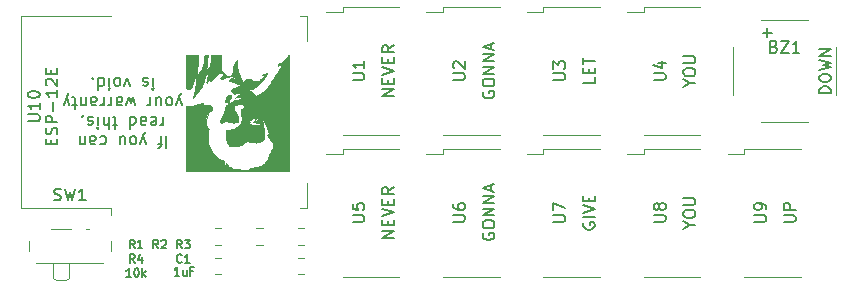
<source format=gbr>
G04 #@! TF.GenerationSoftware,KiCad,Pcbnew,(5.1.0-0)*
G04 #@! TF.CreationDate,2020-08-21T20:36:15-04:00*
G04 #@! TF.ProjectId,Rick Flash,5269636b-2046-46c6-9173-682e6b696361,1.1*
G04 #@! TF.SameCoordinates,Original*
G04 #@! TF.FileFunction,Legend,Top*
G04 #@! TF.FilePolarity,Positive*
%FSLAX46Y46*%
G04 Gerber Fmt 4.6, Leading zero omitted, Abs format (unit mm)*
G04 Created by KiCad (PCBNEW (5.1.0-0)) date 2020-08-21 20:36:15*
%MOMM*%
%LPD*%
G04 APERTURE LIST*
%ADD10C,0.150000*%
%ADD11C,0.010000*%
%ADD12C,0.120000*%
G04 APERTURE END LIST*
D10*
X133166666Y-96522619D02*
X133166666Y-97522619D01*
X132833333Y-97189285D02*
X132452380Y-97189285D01*
X132690476Y-96522619D02*
X132690476Y-97379761D01*
X132642857Y-97475000D01*
X132547619Y-97522619D01*
X132452380Y-97522619D01*
X131452380Y-97189285D02*
X131214285Y-96522619D01*
X130976190Y-97189285D02*
X131214285Y-96522619D01*
X131309523Y-96284523D01*
X131357142Y-96236904D01*
X131452380Y-96189285D01*
X130452380Y-96522619D02*
X130547619Y-96570238D01*
X130595238Y-96617857D01*
X130642857Y-96713095D01*
X130642857Y-96998809D01*
X130595238Y-97094047D01*
X130547619Y-97141666D01*
X130452380Y-97189285D01*
X130309523Y-97189285D01*
X130214285Y-97141666D01*
X130166666Y-97094047D01*
X130119047Y-96998809D01*
X130119047Y-96713095D01*
X130166666Y-96617857D01*
X130214285Y-96570238D01*
X130309523Y-96522619D01*
X130452380Y-96522619D01*
X129261904Y-97189285D02*
X129261904Y-96522619D01*
X129690476Y-97189285D02*
X129690476Y-96665476D01*
X129642857Y-96570238D01*
X129547619Y-96522619D01*
X129404761Y-96522619D01*
X129309523Y-96570238D01*
X129261904Y-96617857D01*
X127595238Y-96570238D02*
X127690476Y-96522619D01*
X127880952Y-96522619D01*
X127976190Y-96570238D01*
X128023809Y-96617857D01*
X128071428Y-96713095D01*
X128071428Y-96998809D01*
X128023809Y-97094047D01*
X127976190Y-97141666D01*
X127880952Y-97189285D01*
X127690476Y-97189285D01*
X127595238Y-97141666D01*
X126738095Y-96522619D02*
X126738095Y-97046428D01*
X126785714Y-97141666D01*
X126880952Y-97189285D01*
X127071428Y-97189285D01*
X127166666Y-97141666D01*
X126738095Y-96570238D02*
X126833333Y-96522619D01*
X127071428Y-96522619D01*
X127166666Y-96570238D01*
X127214285Y-96665476D01*
X127214285Y-96760714D01*
X127166666Y-96855952D01*
X127071428Y-96903571D01*
X126833333Y-96903571D01*
X126738095Y-96951190D01*
X126261904Y-97189285D02*
X126261904Y-96522619D01*
X126261904Y-97094047D02*
X126214285Y-97141666D01*
X126119047Y-97189285D01*
X125976190Y-97189285D01*
X125880952Y-97141666D01*
X125833333Y-97046428D01*
X125833333Y-96522619D01*
X132904761Y-94872619D02*
X132904761Y-95539285D01*
X132904761Y-95348809D02*
X132857142Y-95444047D01*
X132809523Y-95491666D01*
X132714285Y-95539285D01*
X132619047Y-95539285D01*
X131904761Y-94920238D02*
X132000000Y-94872619D01*
X132190476Y-94872619D01*
X132285714Y-94920238D01*
X132333333Y-95015476D01*
X132333333Y-95396428D01*
X132285714Y-95491666D01*
X132190476Y-95539285D01*
X132000000Y-95539285D01*
X131904761Y-95491666D01*
X131857142Y-95396428D01*
X131857142Y-95301190D01*
X132333333Y-95205952D01*
X131000000Y-94872619D02*
X131000000Y-95396428D01*
X131047619Y-95491666D01*
X131142857Y-95539285D01*
X131333333Y-95539285D01*
X131428571Y-95491666D01*
X131000000Y-94920238D02*
X131095238Y-94872619D01*
X131333333Y-94872619D01*
X131428571Y-94920238D01*
X131476190Y-95015476D01*
X131476190Y-95110714D01*
X131428571Y-95205952D01*
X131333333Y-95253571D01*
X131095238Y-95253571D01*
X131000000Y-95301190D01*
X130095238Y-94872619D02*
X130095238Y-95872619D01*
X130095238Y-94920238D02*
X130190476Y-94872619D01*
X130380952Y-94872619D01*
X130476190Y-94920238D01*
X130523809Y-94967857D01*
X130571428Y-95063095D01*
X130571428Y-95348809D01*
X130523809Y-95444047D01*
X130476190Y-95491666D01*
X130380952Y-95539285D01*
X130190476Y-95539285D01*
X130095238Y-95491666D01*
X129000000Y-95539285D02*
X128619047Y-95539285D01*
X128857142Y-95872619D02*
X128857142Y-95015476D01*
X128809523Y-94920238D01*
X128714285Y-94872619D01*
X128619047Y-94872619D01*
X128285714Y-94872619D02*
X128285714Y-95872619D01*
X127857142Y-94872619D02*
X127857142Y-95396428D01*
X127904761Y-95491666D01*
X128000000Y-95539285D01*
X128142857Y-95539285D01*
X128238095Y-95491666D01*
X128285714Y-95444047D01*
X127380952Y-94872619D02*
X127380952Y-95539285D01*
X127380952Y-95872619D02*
X127428571Y-95825000D01*
X127380952Y-95777380D01*
X127333333Y-95825000D01*
X127380952Y-95872619D01*
X127380952Y-95777380D01*
X126952380Y-94920238D02*
X126857142Y-94872619D01*
X126666666Y-94872619D01*
X126571428Y-94920238D01*
X126523809Y-95015476D01*
X126523809Y-95063095D01*
X126571428Y-95158333D01*
X126666666Y-95205952D01*
X126809523Y-95205952D01*
X126904761Y-95253571D01*
X126952380Y-95348809D01*
X126952380Y-95396428D01*
X126904761Y-95491666D01*
X126809523Y-95539285D01*
X126666666Y-95539285D01*
X126571428Y-95491666D01*
X126047619Y-94920238D02*
X126047619Y-94872619D01*
X126095238Y-94777380D01*
X126142857Y-94729761D01*
X134500000Y-93889285D02*
X134261904Y-93222619D01*
X134023809Y-93889285D02*
X134261904Y-93222619D01*
X134357142Y-92984523D01*
X134404761Y-92936904D01*
X134500000Y-92889285D01*
X133500000Y-93222619D02*
X133595238Y-93270238D01*
X133642857Y-93317857D01*
X133690476Y-93413095D01*
X133690476Y-93698809D01*
X133642857Y-93794047D01*
X133595238Y-93841666D01*
X133500000Y-93889285D01*
X133357142Y-93889285D01*
X133261904Y-93841666D01*
X133214285Y-93794047D01*
X133166666Y-93698809D01*
X133166666Y-93413095D01*
X133214285Y-93317857D01*
X133261904Y-93270238D01*
X133357142Y-93222619D01*
X133500000Y-93222619D01*
X132309523Y-93889285D02*
X132309523Y-93222619D01*
X132738095Y-93889285D02*
X132738095Y-93365476D01*
X132690476Y-93270238D01*
X132595238Y-93222619D01*
X132452380Y-93222619D01*
X132357142Y-93270238D01*
X132309523Y-93317857D01*
X131833333Y-93222619D02*
X131833333Y-93889285D01*
X131833333Y-93698809D02*
X131785714Y-93794047D01*
X131738095Y-93841666D01*
X131642857Y-93889285D01*
X131547619Y-93889285D01*
X130547619Y-93889285D02*
X130357142Y-93222619D01*
X130166666Y-93698809D01*
X129976190Y-93222619D01*
X129785714Y-93889285D01*
X128976190Y-93222619D02*
X128976190Y-93746428D01*
X129023809Y-93841666D01*
X129119047Y-93889285D01*
X129309523Y-93889285D01*
X129404761Y-93841666D01*
X128976190Y-93270238D02*
X129071428Y-93222619D01*
X129309523Y-93222619D01*
X129404761Y-93270238D01*
X129452380Y-93365476D01*
X129452380Y-93460714D01*
X129404761Y-93555952D01*
X129309523Y-93603571D01*
X129071428Y-93603571D01*
X128976190Y-93651190D01*
X128500000Y-93222619D02*
X128500000Y-93889285D01*
X128500000Y-93698809D02*
X128452380Y-93794047D01*
X128404761Y-93841666D01*
X128309523Y-93889285D01*
X128214285Y-93889285D01*
X127880952Y-93222619D02*
X127880952Y-93889285D01*
X127880952Y-93698809D02*
X127833333Y-93794047D01*
X127785714Y-93841666D01*
X127690476Y-93889285D01*
X127595238Y-93889285D01*
X126833333Y-93222619D02*
X126833333Y-93746428D01*
X126880952Y-93841666D01*
X126976190Y-93889285D01*
X127166666Y-93889285D01*
X127261904Y-93841666D01*
X126833333Y-93270238D02*
X126928571Y-93222619D01*
X127166666Y-93222619D01*
X127261904Y-93270238D01*
X127309523Y-93365476D01*
X127309523Y-93460714D01*
X127261904Y-93555952D01*
X127166666Y-93603571D01*
X126928571Y-93603571D01*
X126833333Y-93651190D01*
X126357142Y-93889285D02*
X126357142Y-93222619D01*
X126357142Y-93794047D02*
X126309523Y-93841666D01*
X126214285Y-93889285D01*
X126071428Y-93889285D01*
X125976190Y-93841666D01*
X125928571Y-93746428D01*
X125928571Y-93222619D01*
X125595238Y-93889285D02*
X125214285Y-93889285D01*
X125452380Y-94222619D02*
X125452380Y-93365476D01*
X125404761Y-93270238D01*
X125309523Y-93222619D01*
X125214285Y-93222619D01*
X124976190Y-93889285D02*
X124738095Y-93222619D01*
X124500000Y-93889285D02*
X124738095Y-93222619D01*
X124833333Y-92984523D01*
X124880952Y-92936904D01*
X124976190Y-92889285D01*
X132047619Y-91572619D02*
X132047619Y-92239285D01*
X132047619Y-92572619D02*
X132095238Y-92525000D01*
X132047619Y-92477380D01*
X132000000Y-92525000D01*
X132047619Y-92572619D01*
X132047619Y-92477380D01*
X131619047Y-91620238D02*
X131523809Y-91572619D01*
X131333333Y-91572619D01*
X131238095Y-91620238D01*
X131190476Y-91715476D01*
X131190476Y-91763095D01*
X131238095Y-91858333D01*
X131333333Y-91905952D01*
X131476190Y-91905952D01*
X131571428Y-91953571D01*
X131619047Y-92048809D01*
X131619047Y-92096428D01*
X131571428Y-92191666D01*
X131476190Y-92239285D01*
X131333333Y-92239285D01*
X131238095Y-92191666D01*
X130095238Y-92239285D02*
X129857142Y-91572619D01*
X129619047Y-92239285D01*
X129095238Y-91572619D02*
X129190476Y-91620238D01*
X129238095Y-91667857D01*
X129285714Y-91763095D01*
X129285714Y-92048809D01*
X129238095Y-92144047D01*
X129190476Y-92191666D01*
X129095238Y-92239285D01*
X128952380Y-92239285D01*
X128857142Y-92191666D01*
X128809523Y-92144047D01*
X128761904Y-92048809D01*
X128761904Y-91763095D01*
X128809523Y-91667857D01*
X128857142Y-91620238D01*
X128952380Y-91572619D01*
X129095238Y-91572619D01*
X128333333Y-91572619D02*
X128333333Y-92239285D01*
X128333333Y-92572619D02*
X128380952Y-92525000D01*
X128333333Y-92477380D01*
X128285714Y-92525000D01*
X128333333Y-92572619D01*
X128333333Y-92477380D01*
X127428571Y-91572619D02*
X127428571Y-92572619D01*
X127428571Y-91620238D02*
X127523809Y-91572619D01*
X127714285Y-91572619D01*
X127809523Y-91620238D01*
X127857142Y-91667857D01*
X127904761Y-91763095D01*
X127904761Y-92048809D01*
X127857142Y-92144047D01*
X127809523Y-92191666D01*
X127714285Y-92239285D01*
X127523809Y-92239285D01*
X127428571Y-92191666D01*
X126952380Y-91667857D02*
X126904761Y-91620238D01*
X126952380Y-91572619D01*
X127000000Y-91620238D01*
X126952380Y-91667857D01*
X126952380Y-91572619D01*
X189452380Y-92880952D02*
X188452380Y-92880952D01*
X188452380Y-92642857D01*
X188500000Y-92500000D01*
X188595238Y-92404761D01*
X188690476Y-92357142D01*
X188880952Y-92309523D01*
X189023809Y-92309523D01*
X189214285Y-92357142D01*
X189309523Y-92404761D01*
X189404761Y-92500000D01*
X189452380Y-92642857D01*
X189452380Y-92880952D01*
X188452380Y-91690476D02*
X188452380Y-91500000D01*
X188500000Y-91404761D01*
X188595238Y-91309523D01*
X188785714Y-91261904D01*
X189119047Y-91261904D01*
X189309523Y-91309523D01*
X189404761Y-91404761D01*
X189452380Y-91500000D01*
X189452380Y-91690476D01*
X189404761Y-91785714D01*
X189309523Y-91880952D01*
X189119047Y-91928571D01*
X188785714Y-91928571D01*
X188595238Y-91880952D01*
X188500000Y-91785714D01*
X188452380Y-91690476D01*
X188452380Y-90928571D02*
X189452380Y-90690476D01*
X188738095Y-90500000D01*
X189452380Y-90309523D01*
X188452380Y-90071428D01*
X189452380Y-89690476D02*
X188452380Y-89690476D01*
X189452380Y-89119047D01*
X188452380Y-89119047D01*
X152452380Y-93119047D02*
X151452380Y-93119047D01*
X152452380Y-92547619D01*
X151452380Y-92547619D01*
X151928571Y-92071428D02*
X151928571Y-91738095D01*
X152452380Y-91595238D02*
X152452380Y-92071428D01*
X151452380Y-92071428D01*
X151452380Y-91595238D01*
X151452380Y-91309523D02*
X152452380Y-90976190D01*
X151452380Y-90642857D01*
X151928571Y-90309523D02*
X151928571Y-89976190D01*
X152452380Y-89833333D02*
X152452380Y-90309523D01*
X151452380Y-90309523D01*
X151452380Y-89833333D01*
X152452380Y-88833333D02*
X151976190Y-89166666D01*
X152452380Y-89404761D02*
X151452380Y-89404761D01*
X151452380Y-89023809D01*
X151500000Y-88928571D01*
X151547619Y-88880952D01*
X151642857Y-88833333D01*
X151785714Y-88833333D01*
X151880952Y-88880952D01*
X151928571Y-88928571D01*
X151976190Y-89023809D01*
X151976190Y-89404761D01*
X160000000Y-92738095D02*
X159952380Y-92833333D01*
X159952380Y-92976190D01*
X160000000Y-93119047D01*
X160095238Y-93214285D01*
X160190476Y-93261904D01*
X160380952Y-93309523D01*
X160523809Y-93309523D01*
X160714285Y-93261904D01*
X160809523Y-93214285D01*
X160904761Y-93119047D01*
X160952380Y-92976190D01*
X160952380Y-92880952D01*
X160904761Y-92738095D01*
X160857142Y-92690476D01*
X160523809Y-92690476D01*
X160523809Y-92880952D01*
X159952380Y-92071428D02*
X159952380Y-91880952D01*
X160000000Y-91785714D01*
X160095238Y-91690476D01*
X160285714Y-91642857D01*
X160619047Y-91642857D01*
X160809523Y-91690476D01*
X160904761Y-91785714D01*
X160952380Y-91880952D01*
X160952380Y-92071428D01*
X160904761Y-92166666D01*
X160809523Y-92261904D01*
X160619047Y-92309523D01*
X160285714Y-92309523D01*
X160095238Y-92261904D01*
X160000000Y-92166666D01*
X159952380Y-92071428D01*
X160952380Y-91214285D02*
X159952380Y-91214285D01*
X160952380Y-90642857D01*
X159952380Y-90642857D01*
X160952380Y-90166666D02*
X159952380Y-90166666D01*
X160952380Y-89595238D01*
X159952380Y-89595238D01*
X160666666Y-89166666D02*
X160666666Y-88690476D01*
X160952380Y-89261904D02*
X159952380Y-88928571D01*
X160952380Y-88595238D01*
X169452380Y-91523809D02*
X169452380Y-92000000D01*
X168452380Y-92000000D01*
X168928571Y-91190476D02*
X168928571Y-90857142D01*
X169452380Y-90714285D02*
X169452380Y-91190476D01*
X168452380Y-91190476D01*
X168452380Y-90714285D01*
X168452380Y-90428571D02*
X168452380Y-89857142D01*
X169452380Y-90142857D02*
X168452380Y-90142857D01*
X177476190Y-92047619D02*
X177952380Y-92047619D01*
X176952380Y-92380952D02*
X177476190Y-92047619D01*
X176952380Y-91714285D01*
X176952380Y-91190476D02*
X176952380Y-91000000D01*
X177000000Y-90904761D01*
X177095238Y-90809523D01*
X177285714Y-90761904D01*
X177619047Y-90761904D01*
X177809523Y-90809523D01*
X177904761Y-90904761D01*
X177952380Y-91000000D01*
X177952380Y-91190476D01*
X177904761Y-91285714D01*
X177809523Y-91380952D01*
X177619047Y-91428571D01*
X177285714Y-91428571D01*
X177095238Y-91380952D01*
X177000000Y-91285714D01*
X176952380Y-91190476D01*
X176952380Y-90333333D02*
X177761904Y-90333333D01*
X177857142Y-90285714D01*
X177904761Y-90238095D01*
X177952380Y-90142857D01*
X177952380Y-89952380D01*
X177904761Y-89857142D01*
X177857142Y-89809523D01*
X177761904Y-89761904D01*
X176952380Y-89761904D01*
X185452380Y-103785714D02*
X186261904Y-103785714D01*
X186357142Y-103738095D01*
X186404761Y-103690476D01*
X186452380Y-103595238D01*
X186452380Y-103404761D01*
X186404761Y-103309523D01*
X186357142Y-103261904D01*
X186261904Y-103214285D01*
X185452380Y-103214285D01*
X186452380Y-102738095D02*
X185452380Y-102738095D01*
X185452380Y-102357142D01*
X185500000Y-102261904D01*
X185547619Y-102214285D01*
X185642857Y-102166666D01*
X185785714Y-102166666D01*
X185880952Y-102214285D01*
X185928571Y-102261904D01*
X185976190Y-102357142D01*
X185976190Y-102738095D01*
X177476190Y-104047619D02*
X177952380Y-104047619D01*
X176952380Y-104380952D02*
X177476190Y-104047619D01*
X176952380Y-103714285D01*
X176952380Y-103190476D02*
X176952380Y-103000000D01*
X177000000Y-102904761D01*
X177095238Y-102809523D01*
X177285714Y-102761904D01*
X177619047Y-102761904D01*
X177809523Y-102809523D01*
X177904761Y-102904761D01*
X177952380Y-103000000D01*
X177952380Y-103190476D01*
X177904761Y-103285714D01*
X177809523Y-103380952D01*
X177619047Y-103428571D01*
X177285714Y-103428571D01*
X177095238Y-103380952D01*
X177000000Y-103285714D01*
X176952380Y-103190476D01*
X176952380Y-102333333D02*
X177761904Y-102333333D01*
X177857142Y-102285714D01*
X177904761Y-102238095D01*
X177952380Y-102142857D01*
X177952380Y-101952380D01*
X177904761Y-101857142D01*
X177857142Y-101809523D01*
X177761904Y-101761904D01*
X176952380Y-101761904D01*
X168500000Y-103857142D02*
X168452380Y-103952380D01*
X168452380Y-104095238D01*
X168500000Y-104238095D01*
X168595238Y-104333333D01*
X168690476Y-104380952D01*
X168880952Y-104428571D01*
X169023809Y-104428571D01*
X169214285Y-104380952D01*
X169309523Y-104333333D01*
X169404761Y-104238095D01*
X169452380Y-104095238D01*
X169452380Y-104000000D01*
X169404761Y-103857142D01*
X169357142Y-103809523D01*
X169023809Y-103809523D01*
X169023809Y-104000000D01*
X169452380Y-103380952D02*
X168452380Y-103380952D01*
X168452380Y-103047619D02*
X169452380Y-102714285D01*
X168452380Y-102380952D01*
X168928571Y-102047619D02*
X168928571Y-101714285D01*
X169452380Y-101571428D02*
X169452380Y-102047619D01*
X168452380Y-102047619D01*
X168452380Y-101571428D01*
X160000000Y-104738095D02*
X159952380Y-104833333D01*
X159952380Y-104976190D01*
X160000000Y-105119047D01*
X160095238Y-105214285D01*
X160190476Y-105261904D01*
X160380952Y-105309523D01*
X160523809Y-105309523D01*
X160714285Y-105261904D01*
X160809523Y-105214285D01*
X160904761Y-105119047D01*
X160952380Y-104976190D01*
X160952380Y-104880952D01*
X160904761Y-104738095D01*
X160857142Y-104690476D01*
X160523809Y-104690476D01*
X160523809Y-104880952D01*
X159952380Y-104071428D02*
X159952380Y-103880952D01*
X160000000Y-103785714D01*
X160095238Y-103690476D01*
X160285714Y-103642857D01*
X160619047Y-103642857D01*
X160809523Y-103690476D01*
X160904761Y-103785714D01*
X160952380Y-103880952D01*
X160952380Y-104071428D01*
X160904761Y-104166666D01*
X160809523Y-104261904D01*
X160619047Y-104309523D01*
X160285714Y-104309523D01*
X160095238Y-104261904D01*
X160000000Y-104166666D01*
X159952380Y-104071428D01*
X160952380Y-103214285D02*
X159952380Y-103214285D01*
X160952380Y-102642857D01*
X159952380Y-102642857D01*
X160952380Y-102166666D02*
X159952380Y-102166666D01*
X160952380Y-101595238D01*
X159952380Y-101595238D01*
X160666666Y-101166666D02*
X160666666Y-100690476D01*
X160952380Y-101261904D02*
X159952380Y-100928571D01*
X160952380Y-100595238D01*
X152452380Y-105119047D02*
X151452380Y-105119047D01*
X152452380Y-104547619D01*
X151452380Y-104547619D01*
X151928571Y-104071428D02*
X151928571Y-103738095D01*
X152452380Y-103595238D02*
X152452380Y-104071428D01*
X151452380Y-104071428D01*
X151452380Y-103595238D01*
X151452380Y-103309523D02*
X152452380Y-102976190D01*
X151452380Y-102642857D01*
X151928571Y-102309523D02*
X151928571Y-101976190D01*
X152452380Y-101833333D02*
X152452380Y-102309523D01*
X151452380Y-102309523D01*
X151452380Y-101833333D01*
X152452380Y-100833333D02*
X151976190Y-101166666D01*
X152452380Y-101404761D02*
X151452380Y-101404761D01*
X151452380Y-101023809D01*
X151500000Y-100928571D01*
X151547619Y-100880952D01*
X151642857Y-100833333D01*
X151785714Y-100833333D01*
X151880952Y-100880952D01*
X151928571Y-100928571D01*
X151976190Y-101023809D01*
X151976190Y-101404761D01*
D11*
G36*
X134856600Y-93939600D02*
G01*
X135053450Y-93939566D01*
X135313917Y-93922690D01*
X135598635Y-93873691D01*
X135894510Y-93794883D01*
X135922874Y-93785882D01*
X136027979Y-93751758D01*
X136115584Y-93722778D01*
X136173938Y-93702857D01*
X136190386Y-93696723D01*
X136218510Y-93708032D01*
X136241186Y-93742655D01*
X136287740Y-93792034D01*
X136377187Y-93835952D01*
X136501709Y-93871950D01*
X136653490Y-93897566D01*
X136765243Y-93907617D01*
X136984785Y-93920938D01*
X136999517Y-94012819D01*
X137014541Y-94100745D01*
X137029980Y-94183150D01*
X137029985Y-94183173D01*
X137034971Y-94229370D01*
X137021993Y-94265673D01*
X136982514Y-94305075D01*
X136918303Y-94353185D01*
X136847348Y-94410489D01*
X136790479Y-94474712D01*
X136736592Y-94560404D01*
X136687421Y-94655712D01*
X136591629Y-94893152D01*
X136530292Y-95138829D01*
X136507642Y-95375563D01*
X136507600Y-95385517D01*
X136518585Y-95498622D01*
X136555659Y-95601607D01*
X136624998Y-95707147D01*
X136713446Y-95807834D01*
X136787242Y-95885368D01*
X136742671Y-96023734D01*
X136723870Y-96094333D01*
X136711251Y-96175563D01*
X136703970Y-96278076D01*
X136701184Y-96412525D01*
X136701558Y-96543100D01*
X136713044Y-96848371D01*
X136741280Y-97116261D01*
X136785722Y-97343142D01*
X136845827Y-97525385D01*
X136850383Y-97535871D01*
X136939461Y-97702932D01*
X137057142Y-97872597D01*
X137195799Y-98037584D01*
X137347803Y-98190612D01*
X137505527Y-98324398D01*
X137661342Y-98431662D01*
X137807621Y-98505122D01*
X137892953Y-98531084D01*
X137990958Y-98551446D01*
X138018801Y-98721578D01*
X138042811Y-98832947D01*
X138075833Y-98911072D01*
X138120074Y-98968355D01*
X138168759Y-99015935D01*
X138202274Y-99042813D01*
X138207803Y-99045035D01*
X138214196Y-99022150D01*
X138215709Y-98963063D01*
X138213400Y-98905335D01*
X138212147Y-98829037D01*
X138218025Y-98778463D01*
X138226100Y-98766028D01*
X138245460Y-98787644D01*
X138280452Y-98845549D01*
X138325421Y-98929905D01*
X138357585Y-98994805D01*
X138407882Y-99098055D01*
X138441902Y-99161826D01*
X138465272Y-99192473D01*
X138483622Y-99196351D01*
X138502581Y-99179817D01*
X138511687Y-99168797D01*
X138550253Y-99132054D01*
X138590028Y-99133769D01*
X138617502Y-99146698D01*
X138673419Y-99186978D01*
X138735850Y-99247142D01*
X138751194Y-99264615D01*
X138800258Y-99312866D01*
X138840062Y-99334552D01*
X138850684Y-99333217D01*
X138890605Y-99322137D01*
X138961627Y-99312884D01*
X139007391Y-99309619D01*
X139106505Y-99301920D01*
X139202874Y-99290307D01*
X139232517Y-99285470D01*
X139303845Y-99279787D01*
X139366531Y-99297667D01*
X139430031Y-99335032D01*
X139496831Y-99375212D01*
X139547931Y-99389070D01*
X139608006Y-99381114D01*
X139638815Y-99373175D01*
X139729061Y-99358853D01*
X139836162Y-99355488D01*
X139885800Y-99358542D01*
X140049154Y-99350461D01*
X140206455Y-99291959D01*
X140310101Y-99223247D01*
X140384010Y-99185822D01*
X140487149Y-99172232D01*
X140506671Y-99172001D01*
X140594806Y-99165003D01*
X140665957Y-99147040D01*
X140687396Y-99135863D01*
X140752005Y-99112215D01*
X140803033Y-99112935D01*
X140873499Y-99110823D01*
X140942733Y-99088455D01*
X141006573Y-99062131D01*
X141098094Y-99031920D01*
X141179825Y-99009035D01*
X141313194Y-98959973D01*
X141446812Y-98885182D01*
X141564158Y-98795577D01*
X141648714Y-98702072D01*
X141652112Y-98696992D01*
X141694853Y-98631761D01*
X141635575Y-98673281D01*
X141577594Y-98709022D01*
X141555628Y-98710885D01*
X141569497Y-98680634D01*
X141619016Y-98620032D01*
X141643905Y-98592866D01*
X141707866Y-98511184D01*
X141769972Y-98409654D01*
X141822350Y-98303847D01*
X141857131Y-98209335D01*
X141867000Y-98151489D01*
X141878319Y-98120494D01*
X141909590Y-98052958D01*
X141956787Y-97957128D01*
X142015882Y-97841247D01*
X142057501Y-97761482D01*
X142130736Y-97620482D01*
X142182676Y-97514634D01*
X142216845Y-97434767D01*
X142236769Y-97371712D01*
X142245971Y-97316296D01*
X142248001Y-97265845D01*
X142245444Y-97193251D01*
X142232553Y-97139572D01*
X142201490Y-97088280D01*
X142144421Y-97022845D01*
X142121000Y-96997925D01*
X142039578Y-96901104D01*
X141998676Y-96826317D01*
X141994001Y-96799841D01*
X141978886Y-96747270D01*
X141928216Y-96693213D01*
X141883303Y-96659879D01*
X141812314Y-96600502D01*
X141756972Y-96535658D01*
X141740666Y-96506608D01*
X141724081Y-96456104D01*
X141729653Y-96416499D01*
X141762836Y-96368463D01*
X141787863Y-96339365D01*
X141843212Y-96271232D01*
X141863643Y-96228625D01*
X141851614Y-96202661D01*
X141828900Y-96191015D01*
X141797799Y-96156630D01*
X141790800Y-96123462D01*
X141773187Y-95978090D01*
X141722284Y-95805315D01*
X141640997Y-95613379D01*
X141550601Y-95442052D01*
X141482564Y-95319019D01*
X141418971Y-95195954D01*
X141367276Y-95087763D01*
X141336608Y-95014110D01*
X141283675Y-94866700D01*
X141289588Y-95055856D01*
X141295500Y-95245011D01*
X141189577Y-95319593D01*
X141118118Y-95360471D01*
X141038368Y-95384133D01*
X140940648Y-95391132D01*
X140815277Y-95382022D01*
X140652576Y-95357355D01*
X140622400Y-95351996D01*
X140533089Y-95334905D01*
X140484690Y-95320976D01*
X140479074Y-95307195D01*
X140518109Y-95290547D01*
X140603661Y-95268019D01*
X140686580Y-95248450D01*
X140778300Y-95225582D01*
X140851265Y-95204603D01*
X140890514Y-95189837D01*
X140891529Y-95189204D01*
X140915171Y-95157786D01*
X140944425Y-95099794D01*
X140972224Y-95032542D01*
X140991500Y-94973345D01*
X140995187Y-94939517D01*
X140994124Y-94937857D01*
X140964841Y-94940170D01*
X140909337Y-94964064D01*
X140842673Y-95001516D01*
X140779913Y-95044506D01*
X140755233Y-95065085D01*
X140697566Y-95117827D01*
X140658543Y-95062114D01*
X140598248Y-95015845D01*
X140515960Y-95011308D01*
X140418376Y-95048309D01*
X140383278Y-95070063D01*
X140316158Y-95109258D01*
X140269234Y-95117465D01*
X140240034Y-95107269D01*
X140201692Y-95093964D01*
X140190661Y-95115969D01*
X140190600Y-95119807D01*
X140170207Y-95154009D01*
X140151473Y-95158801D01*
X140134059Y-95168320D01*
X140152692Y-95200880D01*
X140176873Y-95228391D01*
X140228809Y-95292723D01*
X140238898Y-95328528D01*
X140218963Y-95336600D01*
X140195342Y-95357766D01*
X140183024Y-95388231D01*
X140186737Y-95434724D01*
X140227323Y-95475391D01*
X140309416Y-95513211D01*
X140435567Y-95550630D01*
X140575297Y-95576920D01*
X140723148Y-95588928D01*
X140863777Y-95586673D01*
X140981840Y-95570175D01*
X141043415Y-95549890D01*
X141111823Y-95506197D01*
X141187673Y-95441719D01*
X141220678Y-95407931D01*
X141272235Y-95353435D01*
X141308081Y-95320380D01*
X141318234Y-95315292D01*
X141325175Y-95344095D01*
X141337646Y-95413730D01*
X141354194Y-95514710D01*
X141373369Y-95637549D01*
X141393718Y-95772761D01*
X141413791Y-95910858D01*
X141432136Y-96042355D01*
X141447301Y-96157765D01*
X141448036Y-96163632D01*
X141464861Y-96388252D01*
X141452648Y-96573686D01*
X141409309Y-96723813D01*
X141332755Y-96842509D01*
X141220900Y-96933651D01*
X141071655Y-97001115D01*
X140983115Y-97026988D01*
X140915641Y-97042783D01*
X140856701Y-97051772D01*
X140794494Y-97053672D01*
X140717215Y-97048198D01*
X140613063Y-97035064D01*
X140475115Y-97014724D01*
X140297562Y-96988738D01*
X140161764Y-96971899D01*
X140059435Y-96964581D01*
X139982293Y-96967159D01*
X139922055Y-96980006D01*
X139870437Y-97003497D01*
X139819156Y-97038006D01*
X139810198Y-97044750D01*
X139656480Y-97154688D01*
X139516134Y-97241692D01*
X139397850Y-97300642D01*
X139343300Y-97319820D01*
X139281508Y-97329921D01*
X139181737Y-97338590D01*
X139056803Y-97345010D01*
X138919523Y-97348364D01*
X138892158Y-97348592D01*
X138741047Y-97348681D01*
X138631180Y-97344615D01*
X138553003Y-97332798D01*
X138496962Y-97309635D01*
X138453504Y-97271531D01*
X138413076Y-97214888D01*
X138377016Y-97154702D01*
X138319070Y-97035772D01*
X138275549Y-96897656D01*
X138244659Y-96731746D01*
X138224607Y-96529432D01*
X138217038Y-96387186D01*
X138202589Y-96028071D01*
X138334245Y-95999836D01*
X138417949Y-95983616D01*
X138486178Y-95973406D01*
X138510114Y-95971601D01*
X138606500Y-95959466D01*
X138732908Y-95926626D01*
X138875747Y-95878427D01*
X139021428Y-95820216D01*
X139156362Y-95757339D01*
X139266959Y-95695144D01*
X139328694Y-95649549D01*
X139431989Y-95522955D01*
X139503890Y-95361357D01*
X139543222Y-95170586D01*
X139548807Y-94956472D01*
X139519471Y-94724847D01*
X139517350Y-94714300D01*
X139495362Y-94599719D01*
X139476098Y-94487220D01*
X139463409Y-94399426D01*
X139462635Y-94392747D01*
X139457779Y-94321550D01*
X139468344Y-94271796D01*
X139502320Y-94223373D01*
X139549335Y-94174466D01*
X139643793Y-94098247D01*
X139747838Y-94056078D01*
X139878730Y-94041428D01*
X139901675Y-94041200D01*
X139959162Y-94034602D01*
X139986934Y-94018451D01*
X139987400Y-94015800D01*
X139965015Y-93999253D01*
X139909726Y-93990717D01*
X139895229Y-93990401D01*
X139818698Y-93978205D01*
X139744964Y-93935576D01*
X139706169Y-93902867D01*
X139575284Y-93816084D01*
X139429173Y-93776950D01*
X139270469Y-93785554D01*
X139101799Y-93841986D01*
X139029018Y-93879743D01*
X138938052Y-93942874D01*
X138888127Y-94010260D01*
X138870303Y-94095226D01*
X138869800Y-94116992D01*
X138875539Y-94174191D01*
X138895553Y-94237434D01*
X138934040Y-94315153D01*
X138995197Y-94415778D01*
X139083220Y-94547741D01*
X139087005Y-94553272D01*
X139197324Y-94742725D01*
X139259381Y-94918158D01*
X139273095Y-95079209D01*
X139239397Y-95223116D01*
X139202687Y-95290013D01*
X139169814Y-95308243D01*
X139142586Y-95277136D01*
X139136749Y-95261183D01*
X139123874Y-95233998D01*
X139104062Y-95236605D01*
X139066756Y-95273083D01*
X139046254Y-95296153D01*
X138980255Y-95358814D01*
X138910981Y-95405215D01*
X138849839Y-95429902D01*
X138808239Y-95427420D01*
X138798448Y-95414644D01*
X138749951Y-95340215D01*
X138673528Y-95297707D01*
X138583763Y-95291225D01*
X138495239Y-95324875D01*
X138490673Y-95327988D01*
X138448669Y-95355006D01*
X138438036Y-95346668D01*
X138447405Y-95302588D01*
X138455466Y-95268203D01*
X138452625Y-95246947D01*
X138429901Y-95235922D01*
X138378316Y-95232231D01*
X138288891Y-95232975D01*
X138234800Y-95233969D01*
X138101894Y-95245696D01*
X137989397Y-95279681D01*
X137943030Y-95301378D01*
X137816359Y-95365815D01*
X137757024Y-95296833D01*
X137723697Y-95248392D01*
X137711771Y-95197976D01*
X137723530Y-95137046D01*
X137761254Y-95057059D01*
X137827226Y-94949477D01*
X137865186Y-94892100D01*
X137916021Y-94813418D01*
X137958517Y-94739022D01*
X137996139Y-94660041D01*
X138032354Y-94567603D01*
X138070627Y-94452836D01*
X138114424Y-94306867D01*
X138167212Y-94120825D01*
X138169037Y-94114292D01*
X138211304Y-94004279D01*
X138266888Y-93915473D01*
X138282355Y-93898392D01*
X138328274Y-93842452D01*
X138353786Y-93777953D01*
X138366818Y-93684377D01*
X138367288Y-93678522D01*
X138378801Y-93531744D01*
X138311761Y-93595972D01*
X138238166Y-93649145D01*
X138176908Y-93654257D01*
X138132413Y-93621152D01*
X138116405Y-93588751D01*
X138121419Y-93543809D01*
X138149442Y-93471253D01*
X138153362Y-93462402D01*
X138197631Y-93361575D01*
X138243654Y-93254547D01*
X138256470Y-93224223D01*
X138312347Y-93125106D01*
X138384807Y-93068075D01*
X138485669Y-93045511D01*
X138535415Y-93044411D01*
X138615355Y-93049515D01*
X138661678Y-93066719D01*
X138676076Y-93103279D01*
X138660238Y-93166447D01*
X138615856Y-93263479D01*
X138595731Y-93303196D01*
X138522248Y-93460621D01*
X138478127Y-93587996D01*
X138464445Y-93681726D01*
X138470957Y-93719455D01*
X138501050Y-93739842D01*
X138553811Y-93743222D01*
X138607182Y-93732093D01*
X138639104Y-93708955D01*
X138641200Y-93700170D01*
X138660941Y-93659430D01*
X138711431Y-93605097D01*
X138779569Y-93549229D01*
X138852254Y-93503884D01*
X138857100Y-93501452D01*
X138925055Y-93478445D01*
X139019104Y-93459073D01*
X139086627Y-93450652D01*
X139207028Y-93429540D01*
X139344847Y-93388766D01*
X139429527Y-93355968D01*
X139558400Y-93308582D01*
X139688444Y-93274040D01*
X139771500Y-93260851D01*
X139859931Y-93250112D01*
X139931000Y-93236490D01*
X139962000Y-93226211D01*
X139951499Y-93219974D01*
X139899358Y-93215861D01*
X139814686Y-93213725D01*
X139706591Y-93213422D01*
X139584185Y-93214805D01*
X139456574Y-93217730D01*
X139332870Y-93222051D01*
X139222181Y-93227623D01*
X139133615Y-93234300D01*
X139085700Y-93240191D01*
X138984100Y-93257136D01*
X139085700Y-93164274D01*
X139173047Y-93090808D01*
X139257369Y-93037446D01*
X139355406Y-92995789D01*
X139483894Y-92957438D01*
X139513031Y-92949858D01*
X139602987Y-92925169D01*
X139647641Y-92908039D01*
X139651529Y-92896168D01*
X139631800Y-92889622D01*
X139440886Y-92863173D01*
X139246265Y-92867573D01*
X139110327Y-92886346D01*
X138982726Y-92905196D01*
X138896950Y-92909369D01*
X138846282Y-92899162D01*
X138844357Y-92898177D01*
X138794192Y-92858424D01*
X138739431Y-92797042D01*
X138693048Y-92730943D01*
X138668016Y-92677033D01*
X138666601Y-92666505D01*
X138690776Y-92595239D01*
X138758588Y-92524260D01*
X138862965Y-92456898D01*
X138996834Y-92396483D01*
X139153123Y-92346347D01*
X139324759Y-92309818D01*
X139458906Y-92293389D01*
X139669900Y-92275900D01*
X139517500Y-92202445D01*
X139443225Y-92169253D01*
X139339181Y-92126269D01*
X139214401Y-92076859D01*
X139077917Y-92024386D01*
X138938761Y-91972215D01*
X138805968Y-91923712D01*
X138688569Y-91882240D01*
X138595596Y-91851164D01*
X138536083Y-91833849D01*
X138521400Y-91831400D01*
X138492058Y-91815469D01*
X138493865Y-91775698D01*
X138522001Y-91724127D01*
X138571650Y-91672795D01*
X138590400Y-91658984D01*
X138652309Y-91625078D01*
X138714424Y-91612529D01*
X138788103Y-91622587D01*
X138884705Y-91656502D01*
X138988612Y-91702814D01*
X139158568Y-91792774D01*
X139323843Y-91899079D01*
X139467479Y-92010210D01*
X139537091Y-92075311D01*
X139596161Y-92130353D01*
X139625759Y-92145761D01*
X139624933Y-92123940D01*
X139592729Y-92067297D01*
X139559246Y-92019361D01*
X139448407Y-91889003D01*
X139314177Y-91764061D01*
X139166300Y-91650953D01*
X139014522Y-91556098D01*
X138868585Y-91485912D01*
X138738235Y-91446813D01*
X138680923Y-91440910D01*
X138570554Y-91451920D01*
X138428922Y-91485179D01*
X138268588Y-91537244D01*
X138133200Y-91591025D01*
X138046791Y-91626739D01*
X137971132Y-91655428D01*
X137935107Y-91667214D01*
X137874999Y-91665869D01*
X137811690Y-91640350D01*
X137764797Y-91601147D01*
X137752200Y-91569403D01*
X137769219Y-91535899D01*
X137813552Y-91480731D01*
X137867452Y-91424067D01*
X137941266Y-91341193D01*
X137971200Y-91276290D01*
X137957725Y-91222554D01*
X137901309Y-91173179D01*
X137885413Y-91163518D01*
X137828978Y-91133820D01*
X137788261Y-91129537D01*
X137737351Y-91150474D01*
X137715118Y-91162232D01*
X137666319Y-91195029D01*
X137588683Y-91255030D01*
X137490892Y-91335190D01*
X137381625Y-91428462D01*
X137315206Y-91486864D01*
X137205946Y-91584012D01*
X137106379Y-91672493D01*
X137024309Y-91745374D01*
X136967538Y-91795725D01*
X136948443Y-91812612D01*
X136914251Y-91839642D01*
X136890393Y-91839582D01*
X136863991Y-91806100D01*
X136835911Y-91757269D01*
X136777837Y-91653940D01*
X136689634Y-91812520D01*
X136645076Y-91891945D01*
X136610563Y-91952189D01*
X136593070Y-91981091D01*
X136592616Y-91981684D01*
X136578680Y-91989160D01*
X136575115Y-91963674D01*
X136582430Y-91901613D01*
X136601132Y-91799363D01*
X136631729Y-91653311D01*
X136651369Y-91563982D01*
X136690768Y-91386327D01*
X136720087Y-91252151D01*
X136740323Y-91155354D01*
X136752471Y-91089838D01*
X136757527Y-91049504D01*
X136756490Y-91028252D01*
X136750354Y-91019984D01*
X136740469Y-91018600D01*
X136709100Y-91038408D01*
X136680436Y-91077041D01*
X136605245Y-91205185D01*
X136544439Y-91297874D01*
X136491015Y-91365734D01*
X136487938Y-91369197D01*
X136444424Y-91429730D01*
X136419974Y-91485757D01*
X136419820Y-91486521D01*
X136374005Y-91707257D01*
X136329368Y-91888972D01*
X136281476Y-92043133D01*
X136225893Y-92181208D01*
X136158184Y-92314663D01*
X136073914Y-92454966D01*
X136004229Y-92561117D01*
X135942426Y-92649194D01*
X135866582Y-92751457D01*
X135782449Y-92860829D01*
X135695773Y-92970233D01*
X135612305Y-93072591D01*
X135537794Y-93160826D01*
X135477988Y-93227861D01*
X135438637Y-93266619D01*
X135426032Y-93272899D01*
X135428136Y-93245878D01*
X135441706Y-93181189D01*
X135464248Y-93090008D01*
X135480247Y-93030128D01*
X135589819Y-92545446D01*
X135657633Y-92041125D01*
X135670908Y-91871814D01*
X135680892Y-91698309D01*
X135684790Y-91569959D01*
X135682318Y-91481449D01*
X135673191Y-91427467D01*
X135657127Y-91402699D01*
X135645691Y-91399600D01*
X135625591Y-91422705D01*
X135596342Y-91485858D01*
X135561093Y-91579819D01*
X135522994Y-91695349D01*
X135485195Y-91823206D01*
X135450845Y-91954152D01*
X135437898Y-92009200D01*
X135385736Y-92209481D01*
X135329527Y-92361430D01*
X135267033Y-92467484D01*
X135196017Y-92530079D01*
X135114242Y-92551652D01*
X135019470Y-92534638D01*
X134972909Y-92515477D01*
X134856600Y-92460806D01*
X134856600Y-89672400D01*
X135870299Y-89672400D01*
X135885590Y-89754950D01*
X135889420Y-89810351D01*
X135889202Y-89904315D01*
X135885216Y-90024791D01*
X135877741Y-90159727D01*
X135875429Y-90193350D01*
X135862997Y-90347859D01*
X135849705Y-90463467D01*
X135833376Y-90552056D01*
X135811832Y-90625511D01*
X135783759Y-90693836D01*
X135747483Y-90778704D01*
X135731354Y-90842461D01*
X135732333Y-90909195D01*
X135745835Y-90994495D01*
X135775568Y-91135478D01*
X135804725Y-91226670D01*
X135833660Y-91269072D01*
X135844827Y-91272600D01*
X135873040Y-91252358D01*
X135920688Y-91197907D01*
X135981171Y-91118663D01*
X136047893Y-91024040D01*
X136114256Y-90923454D01*
X136173662Y-90826320D01*
X136219513Y-90742053D01*
X136225905Y-90728792D01*
X136296767Y-90541021D01*
X136352579Y-90315812D01*
X136390736Y-90064977D01*
X136402863Y-89926400D01*
X136418700Y-89685100D01*
X136542488Y-89677231D01*
X136666276Y-89669361D01*
X136649040Y-89943931D01*
X136639142Y-90085381D01*
X136627034Y-90234757D01*
X136614682Y-90368543D01*
X136609090Y-90421700D01*
X136595659Y-90541753D01*
X136581991Y-90663743D01*
X136570975Y-90761902D01*
X136570678Y-90764544D01*
X136554981Y-90904187D01*
X136613841Y-90817727D01*
X136662194Y-90757048D01*
X136708232Y-90715075D01*
X136717150Y-90709834D01*
X136768980Y-90685350D01*
X136806672Y-90664412D01*
X136833892Y-90638820D01*
X136854308Y-90600378D01*
X136871586Y-90540885D01*
X136889391Y-90452144D01*
X136911390Y-90325957D01*
X136925517Y-90243900D01*
X136944259Y-90115073D01*
X136958167Y-89980006D01*
X136964751Y-89863960D01*
X136964969Y-89843850D01*
X136964800Y-89672400D01*
X137797885Y-89672400D01*
X137808937Y-89793050D01*
X137811877Y-89856593D01*
X137813388Y-89960511D01*
X137813462Y-90094401D01*
X137812094Y-90247859D01*
X137809309Y-90409000D01*
X137798630Y-90904300D01*
X138061326Y-91162184D01*
X138165406Y-91264199D01*
X138242561Y-91335744D01*
X138302883Y-91381136D01*
X138356464Y-91404695D01*
X138413396Y-91410742D01*
X138483772Y-91403595D01*
X138577683Y-91387573D01*
X138584973Y-91386304D01*
X138669589Y-91360468D01*
X138718306Y-91321543D01*
X138719731Y-91319046D01*
X138741728Y-91258279D01*
X138765224Y-91162182D01*
X138787491Y-91046050D01*
X138805803Y-90925180D01*
X138817432Y-90814864D01*
X138820115Y-90756016D01*
X138827182Y-90650753D01*
X138849797Y-90553756D01*
X138892988Y-90451819D01*
X138961783Y-90331738D01*
X139010448Y-90256065D01*
X139135680Y-90066100D01*
X139152146Y-90360402D01*
X139168059Y-90590355D01*
X139189685Y-90783134D01*
X139220324Y-90952310D01*
X139263278Y-91111452D01*
X139321849Y-91274129D01*
X139399336Y-91453911D01*
X139438895Y-91539009D01*
X139491548Y-91651328D01*
X139541625Y-91759539D01*
X139581336Y-91846757D01*
X139594273Y-91875850D01*
X139629690Y-91944233D01*
X139659930Y-91981210D01*
X139679006Y-91981047D01*
X139682600Y-91960447D01*
X139698649Y-91931664D01*
X139741063Y-91876983D01*
X139801245Y-91807361D01*
X139812149Y-91795347D01*
X139941698Y-91653600D01*
X140100011Y-91653600D01*
X140188144Y-91657160D01*
X140263196Y-91671412D01*
X140343600Y-91701715D01*
X140447791Y-91753426D01*
X140453190Y-91756267D01*
X140551342Y-91806380D01*
X140623891Y-91836272D01*
X140689573Y-91850511D01*
X140767125Y-91853663D01*
X140843904Y-91851517D01*
X141039751Y-91844100D01*
X141063722Y-91760254D01*
X141086747Y-91702988D01*
X141120155Y-91683184D01*
X141153497Y-91684054D01*
X141197749Y-91680380D01*
X141240386Y-91652186D01*
X141293096Y-91590786D01*
X141310683Y-91567236D01*
X141402065Y-91442772D01*
X141325124Y-91374026D01*
X141248182Y-91305279D01*
X141386141Y-91273009D01*
X141482702Y-91247605D01*
X141573830Y-91219117D01*
X141610550Y-91205537D01*
X141669528Y-91185175D01*
X141704960Y-91179769D01*
X141707665Y-91180998D01*
X141704986Y-91210716D01*
X141680338Y-91272351D01*
X141639357Y-91355174D01*
X141587679Y-91448455D01*
X141530938Y-91541465D01*
X141476505Y-91621124D01*
X141412723Y-91698260D01*
X141318950Y-91799509D01*
X141204110Y-91916333D01*
X141077129Y-92040192D01*
X140946929Y-92162546D01*
X140822436Y-92274856D01*
X140712573Y-92368581D01*
X140626265Y-92435182D01*
X140624526Y-92436397D01*
X140544839Y-92486381D01*
X140471177Y-92515528D01*
X140381057Y-92531222D01*
X140319529Y-92536567D01*
X140231403Y-92545162D01*
X140167312Y-92555780D01*
X140140016Y-92566250D01*
X140139800Y-92567136D01*
X140159364Y-92589509D01*
X140209896Y-92628836D01*
X140260450Y-92663386D01*
X140350858Y-92730705D01*
X140441293Y-92812443D01*
X140524617Y-92900151D01*
X140593689Y-92985383D01*
X140641371Y-93059689D01*
X140660522Y-93114623D01*
X140656958Y-93132533D01*
X140656968Y-93151889D01*
X140694042Y-93146012D01*
X140762800Y-93117584D01*
X140857865Y-93069289D01*
X140973857Y-93003812D01*
X141105400Y-92923836D01*
X141210369Y-92856386D01*
X141331246Y-92772658D01*
X141439567Y-92686814D01*
X141541589Y-92592015D01*
X141643571Y-92481424D01*
X141751771Y-92348205D01*
X141872448Y-92185520D01*
X142011859Y-91986531D01*
X142027701Y-91963456D01*
X142136273Y-91802812D01*
X142250220Y-91630219D01*
X142366155Y-91451180D01*
X142480692Y-91271198D01*
X142590447Y-91095778D01*
X142692034Y-90930422D01*
X142782067Y-90780634D01*
X142857162Y-90651918D01*
X142913932Y-90549777D01*
X142948992Y-90479714D01*
X142959201Y-90449160D01*
X142937491Y-90448813D01*
X142881985Y-90461446D01*
X142838550Y-90473994D01*
X142752961Y-90499680D01*
X142677419Y-90521239D01*
X142654400Y-90527382D01*
X142610776Y-90536102D01*
X142610164Y-90522452D01*
X142632036Y-90495354D01*
X142659605Y-90447280D01*
X142662065Y-90416537D01*
X142677995Y-90390878D01*
X142732381Y-90351071D01*
X142816974Y-90302953D01*
X142836829Y-90292827D01*
X143013271Y-90196651D01*
X143151556Y-90101644D01*
X143263209Y-89998371D01*
X143359756Y-89877399D01*
X143379250Y-89848772D01*
X143435657Y-89767879D01*
X143483446Y-89706522D01*
X143514634Y-89674710D01*
X143519951Y-89672400D01*
X143522717Y-89697548D01*
X143525342Y-89771978D01*
X143527820Y-89894175D01*
X143530142Y-90062621D01*
X143532303Y-90275801D01*
X143534294Y-90532198D01*
X143536109Y-90830294D01*
X143537739Y-91168574D01*
X143539179Y-91545520D01*
X143540420Y-91959616D01*
X143541456Y-92409346D01*
X143542279Y-92893192D01*
X143542685Y-93241100D01*
X140038200Y-93241100D01*
X140025500Y-93228400D01*
X140012800Y-93241100D01*
X140025500Y-93253800D01*
X140038200Y-93241100D01*
X143542685Y-93241100D01*
X143542882Y-93409638D01*
X143543258Y-93957168D01*
X143543400Y-94534264D01*
X143543400Y-99502200D01*
X134856600Y-99502200D01*
X134856600Y-93939600D01*
X134856600Y-93939600D01*
G37*
X134856600Y-93939600D02*
X135053450Y-93939566D01*
X135313917Y-93922690D01*
X135598635Y-93873691D01*
X135894510Y-93794883D01*
X135922874Y-93785882D01*
X136027979Y-93751758D01*
X136115584Y-93722778D01*
X136173938Y-93702857D01*
X136190386Y-93696723D01*
X136218510Y-93708032D01*
X136241186Y-93742655D01*
X136287740Y-93792034D01*
X136377187Y-93835952D01*
X136501709Y-93871950D01*
X136653490Y-93897566D01*
X136765243Y-93907617D01*
X136984785Y-93920938D01*
X136999517Y-94012819D01*
X137014541Y-94100745D01*
X137029980Y-94183150D01*
X137029985Y-94183173D01*
X137034971Y-94229370D01*
X137021993Y-94265673D01*
X136982514Y-94305075D01*
X136918303Y-94353185D01*
X136847348Y-94410489D01*
X136790479Y-94474712D01*
X136736592Y-94560404D01*
X136687421Y-94655712D01*
X136591629Y-94893152D01*
X136530292Y-95138829D01*
X136507642Y-95375563D01*
X136507600Y-95385517D01*
X136518585Y-95498622D01*
X136555659Y-95601607D01*
X136624998Y-95707147D01*
X136713446Y-95807834D01*
X136787242Y-95885368D01*
X136742671Y-96023734D01*
X136723870Y-96094333D01*
X136711251Y-96175563D01*
X136703970Y-96278076D01*
X136701184Y-96412525D01*
X136701558Y-96543100D01*
X136713044Y-96848371D01*
X136741280Y-97116261D01*
X136785722Y-97343142D01*
X136845827Y-97525385D01*
X136850383Y-97535871D01*
X136939461Y-97702932D01*
X137057142Y-97872597D01*
X137195799Y-98037584D01*
X137347803Y-98190612D01*
X137505527Y-98324398D01*
X137661342Y-98431662D01*
X137807621Y-98505122D01*
X137892953Y-98531084D01*
X137990958Y-98551446D01*
X138018801Y-98721578D01*
X138042811Y-98832947D01*
X138075833Y-98911072D01*
X138120074Y-98968355D01*
X138168759Y-99015935D01*
X138202274Y-99042813D01*
X138207803Y-99045035D01*
X138214196Y-99022150D01*
X138215709Y-98963063D01*
X138213400Y-98905335D01*
X138212147Y-98829037D01*
X138218025Y-98778463D01*
X138226100Y-98766028D01*
X138245460Y-98787644D01*
X138280452Y-98845549D01*
X138325421Y-98929905D01*
X138357585Y-98994805D01*
X138407882Y-99098055D01*
X138441902Y-99161826D01*
X138465272Y-99192473D01*
X138483622Y-99196351D01*
X138502581Y-99179817D01*
X138511687Y-99168797D01*
X138550253Y-99132054D01*
X138590028Y-99133769D01*
X138617502Y-99146698D01*
X138673419Y-99186978D01*
X138735850Y-99247142D01*
X138751194Y-99264615D01*
X138800258Y-99312866D01*
X138840062Y-99334552D01*
X138850684Y-99333217D01*
X138890605Y-99322137D01*
X138961627Y-99312884D01*
X139007391Y-99309619D01*
X139106505Y-99301920D01*
X139202874Y-99290307D01*
X139232517Y-99285470D01*
X139303845Y-99279787D01*
X139366531Y-99297667D01*
X139430031Y-99335032D01*
X139496831Y-99375212D01*
X139547931Y-99389070D01*
X139608006Y-99381114D01*
X139638815Y-99373175D01*
X139729061Y-99358853D01*
X139836162Y-99355488D01*
X139885800Y-99358542D01*
X140049154Y-99350461D01*
X140206455Y-99291959D01*
X140310101Y-99223247D01*
X140384010Y-99185822D01*
X140487149Y-99172232D01*
X140506671Y-99172001D01*
X140594806Y-99165003D01*
X140665957Y-99147040D01*
X140687396Y-99135863D01*
X140752005Y-99112215D01*
X140803033Y-99112935D01*
X140873499Y-99110823D01*
X140942733Y-99088455D01*
X141006573Y-99062131D01*
X141098094Y-99031920D01*
X141179825Y-99009035D01*
X141313194Y-98959973D01*
X141446812Y-98885182D01*
X141564158Y-98795577D01*
X141648714Y-98702072D01*
X141652112Y-98696992D01*
X141694853Y-98631761D01*
X141635575Y-98673281D01*
X141577594Y-98709022D01*
X141555628Y-98710885D01*
X141569497Y-98680634D01*
X141619016Y-98620032D01*
X141643905Y-98592866D01*
X141707866Y-98511184D01*
X141769972Y-98409654D01*
X141822350Y-98303847D01*
X141857131Y-98209335D01*
X141867000Y-98151489D01*
X141878319Y-98120494D01*
X141909590Y-98052958D01*
X141956787Y-97957128D01*
X142015882Y-97841247D01*
X142057501Y-97761482D01*
X142130736Y-97620482D01*
X142182676Y-97514634D01*
X142216845Y-97434767D01*
X142236769Y-97371712D01*
X142245971Y-97316296D01*
X142248001Y-97265845D01*
X142245444Y-97193251D01*
X142232553Y-97139572D01*
X142201490Y-97088280D01*
X142144421Y-97022845D01*
X142121000Y-96997925D01*
X142039578Y-96901104D01*
X141998676Y-96826317D01*
X141994001Y-96799841D01*
X141978886Y-96747270D01*
X141928216Y-96693213D01*
X141883303Y-96659879D01*
X141812314Y-96600502D01*
X141756972Y-96535658D01*
X141740666Y-96506608D01*
X141724081Y-96456104D01*
X141729653Y-96416499D01*
X141762836Y-96368463D01*
X141787863Y-96339365D01*
X141843212Y-96271232D01*
X141863643Y-96228625D01*
X141851614Y-96202661D01*
X141828900Y-96191015D01*
X141797799Y-96156630D01*
X141790800Y-96123462D01*
X141773187Y-95978090D01*
X141722284Y-95805315D01*
X141640997Y-95613379D01*
X141550601Y-95442052D01*
X141482564Y-95319019D01*
X141418971Y-95195954D01*
X141367276Y-95087763D01*
X141336608Y-95014110D01*
X141283675Y-94866700D01*
X141289588Y-95055856D01*
X141295500Y-95245011D01*
X141189577Y-95319593D01*
X141118118Y-95360471D01*
X141038368Y-95384133D01*
X140940648Y-95391132D01*
X140815277Y-95382022D01*
X140652576Y-95357355D01*
X140622400Y-95351996D01*
X140533089Y-95334905D01*
X140484690Y-95320976D01*
X140479074Y-95307195D01*
X140518109Y-95290547D01*
X140603661Y-95268019D01*
X140686580Y-95248450D01*
X140778300Y-95225582D01*
X140851265Y-95204603D01*
X140890514Y-95189837D01*
X140891529Y-95189204D01*
X140915171Y-95157786D01*
X140944425Y-95099794D01*
X140972224Y-95032542D01*
X140991500Y-94973345D01*
X140995187Y-94939517D01*
X140994124Y-94937857D01*
X140964841Y-94940170D01*
X140909337Y-94964064D01*
X140842673Y-95001516D01*
X140779913Y-95044506D01*
X140755233Y-95065085D01*
X140697566Y-95117827D01*
X140658543Y-95062114D01*
X140598248Y-95015845D01*
X140515960Y-95011308D01*
X140418376Y-95048309D01*
X140383278Y-95070063D01*
X140316158Y-95109258D01*
X140269234Y-95117465D01*
X140240034Y-95107269D01*
X140201692Y-95093964D01*
X140190661Y-95115969D01*
X140190600Y-95119807D01*
X140170207Y-95154009D01*
X140151473Y-95158801D01*
X140134059Y-95168320D01*
X140152692Y-95200880D01*
X140176873Y-95228391D01*
X140228809Y-95292723D01*
X140238898Y-95328528D01*
X140218963Y-95336600D01*
X140195342Y-95357766D01*
X140183024Y-95388231D01*
X140186737Y-95434724D01*
X140227323Y-95475391D01*
X140309416Y-95513211D01*
X140435567Y-95550630D01*
X140575297Y-95576920D01*
X140723148Y-95588928D01*
X140863777Y-95586673D01*
X140981840Y-95570175D01*
X141043415Y-95549890D01*
X141111823Y-95506197D01*
X141187673Y-95441719D01*
X141220678Y-95407931D01*
X141272235Y-95353435D01*
X141308081Y-95320380D01*
X141318234Y-95315292D01*
X141325175Y-95344095D01*
X141337646Y-95413730D01*
X141354194Y-95514710D01*
X141373369Y-95637549D01*
X141393718Y-95772761D01*
X141413791Y-95910858D01*
X141432136Y-96042355D01*
X141447301Y-96157765D01*
X141448036Y-96163632D01*
X141464861Y-96388252D01*
X141452648Y-96573686D01*
X141409309Y-96723813D01*
X141332755Y-96842509D01*
X141220900Y-96933651D01*
X141071655Y-97001115D01*
X140983115Y-97026988D01*
X140915641Y-97042783D01*
X140856701Y-97051772D01*
X140794494Y-97053672D01*
X140717215Y-97048198D01*
X140613063Y-97035064D01*
X140475115Y-97014724D01*
X140297562Y-96988738D01*
X140161764Y-96971899D01*
X140059435Y-96964581D01*
X139982293Y-96967159D01*
X139922055Y-96980006D01*
X139870437Y-97003497D01*
X139819156Y-97038006D01*
X139810198Y-97044750D01*
X139656480Y-97154688D01*
X139516134Y-97241692D01*
X139397850Y-97300642D01*
X139343300Y-97319820D01*
X139281508Y-97329921D01*
X139181737Y-97338590D01*
X139056803Y-97345010D01*
X138919523Y-97348364D01*
X138892158Y-97348592D01*
X138741047Y-97348681D01*
X138631180Y-97344615D01*
X138553003Y-97332798D01*
X138496962Y-97309635D01*
X138453504Y-97271531D01*
X138413076Y-97214888D01*
X138377016Y-97154702D01*
X138319070Y-97035772D01*
X138275549Y-96897656D01*
X138244659Y-96731746D01*
X138224607Y-96529432D01*
X138217038Y-96387186D01*
X138202589Y-96028071D01*
X138334245Y-95999836D01*
X138417949Y-95983616D01*
X138486178Y-95973406D01*
X138510114Y-95971601D01*
X138606500Y-95959466D01*
X138732908Y-95926626D01*
X138875747Y-95878427D01*
X139021428Y-95820216D01*
X139156362Y-95757339D01*
X139266959Y-95695144D01*
X139328694Y-95649549D01*
X139431989Y-95522955D01*
X139503890Y-95361357D01*
X139543222Y-95170586D01*
X139548807Y-94956472D01*
X139519471Y-94724847D01*
X139517350Y-94714300D01*
X139495362Y-94599719D01*
X139476098Y-94487220D01*
X139463409Y-94399426D01*
X139462635Y-94392747D01*
X139457779Y-94321550D01*
X139468344Y-94271796D01*
X139502320Y-94223373D01*
X139549335Y-94174466D01*
X139643793Y-94098247D01*
X139747838Y-94056078D01*
X139878730Y-94041428D01*
X139901675Y-94041200D01*
X139959162Y-94034602D01*
X139986934Y-94018451D01*
X139987400Y-94015800D01*
X139965015Y-93999253D01*
X139909726Y-93990717D01*
X139895229Y-93990401D01*
X139818698Y-93978205D01*
X139744964Y-93935576D01*
X139706169Y-93902867D01*
X139575284Y-93816084D01*
X139429173Y-93776950D01*
X139270469Y-93785554D01*
X139101799Y-93841986D01*
X139029018Y-93879743D01*
X138938052Y-93942874D01*
X138888127Y-94010260D01*
X138870303Y-94095226D01*
X138869800Y-94116992D01*
X138875539Y-94174191D01*
X138895553Y-94237434D01*
X138934040Y-94315153D01*
X138995197Y-94415778D01*
X139083220Y-94547741D01*
X139087005Y-94553272D01*
X139197324Y-94742725D01*
X139259381Y-94918158D01*
X139273095Y-95079209D01*
X139239397Y-95223116D01*
X139202687Y-95290013D01*
X139169814Y-95308243D01*
X139142586Y-95277136D01*
X139136749Y-95261183D01*
X139123874Y-95233998D01*
X139104062Y-95236605D01*
X139066756Y-95273083D01*
X139046254Y-95296153D01*
X138980255Y-95358814D01*
X138910981Y-95405215D01*
X138849839Y-95429902D01*
X138808239Y-95427420D01*
X138798448Y-95414644D01*
X138749951Y-95340215D01*
X138673528Y-95297707D01*
X138583763Y-95291225D01*
X138495239Y-95324875D01*
X138490673Y-95327988D01*
X138448669Y-95355006D01*
X138438036Y-95346668D01*
X138447405Y-95302588D01*
X138455466Y-95268203D01*
X138452625Y-95246947D01*
X138429901Y-95235922D01*
X138378316Y-95232231D01*
X138288891Y-95232975D01*
X138234800Y-95233969D01*
X138101894Y-95245696D01*
X137989397Y-95279681D01*
X137943030Y-95301378D01*
X137816359Y-95365815D01*
X137757024Y-95296833D01*
X137723697Y-95248392D01*
X137711771Y-95197976D01*
X137723530Y-95137046D01*
X137761254Y-95057059D01*
X137827226Y-94949477D01*
X137865186Y-94892100D01*
X137916021Y-94813418D01*
X137958517Y-94739022D01*
X137996139Y-94660041D01*
X138032354Y-94567603D01*
X138070627Y-94452836D01*
X138114424Y-94306867D01*
X138167212Y-94120825D01*
X138169037Y-94114292D01*
X138211304Y-94004279D01*
X138266888Y-93915473D01*
X138282355Y-93898392D01*
X138328274Y-93842452D01*
X138353786Y-93777953D01*
X138366818Y-93684377D01*
X138367288Y-93678522D01*
X138378801Y-93531744D01*
X138311761Y-93595972D01*
X138238166Y-93649145D01*
X138176908Y-93654257D01*
X138132413Y-93621152D01*
X138116405Y-93588751D01*
X138121419Y-93543809D01*
X138149442Y-93471253D01*
X138153362Y-93462402D01*
X138197631Y-93361575D01*
X138243654Y-93254547D01*
X138256470Y-93224223D01*
X138312347Y-93125106D01*
X138384807Y-93068075D01*
X138485669Y-93045511D01*
X138535415Y-93044411D01*
X138615355Y-93049515D01*
X138661678Y-93066719D01*
X138676076Y-93103279D01*
X138660238Y-93166447D01*
X138615856Y-93263479D01*
X138595731Y-93303196D01*
X138522248Y-93460621D01*
X138478127Y-93587996D01*
X138464445Y-93681726D01*
X138470957Y-93719455D01*
X138501050Y-93739842D01*
X138553811Y-93743222D01*
X138607182Y-93732093D01*
X138639104Y-93708955D01*
X138641200Y-93700170D01*
X138660941Y-93659430D01*
X138711431Y-93605097D01*
X138779569Y-93549229D01*
X138852254Y-93503884D01*
X138857100Y-93501452D01*
X138925055Y-93478445D01*
X139019104Y-93459073D01*
X139086627Y-93450652D01*
X139207028Y-93429540D01*
X139344847Y-93388766D01*
X139429527Y-93355968D01*
X139558400Y-93308582D01*
X139688444Y-93274040D01*
X139771500Y-93260851D01*
X139859931Y-93250112D01*
X139931000Y-93236490D01*
X139962000Y-93226211D01*
X139951499Y-93219974D01*
X139899358Y-93215861D01*
X139814686Y-93213725D01*
X139706591Y-93213422D01*
X139584185Y-93214805D01*
X139456574Y-93217730D01*
X139332870Y-93222051D01*
X139222181Y-93227623D01*
X139133615Y-93234300D01*
X139085700Y-93240191D01*
X138984100Y-93257136D01*
X139085700Y-93164274D01*
X139173047Y-93090808D01*
X139257369Y-93037446D01*
X139355406Y-92995789D01*
X139483894Y-92957438D01*
X139513031Y-92949858D01*
X139602987Y-92925169D01*
X139647641Y-92908039D01*
X139651529Y-92896168D01*
X139631800Y-92889622D01*
X139440886Y-92863173D01*
X139246265Y-92867573D01*
X139110327Y-92886346D01*
X138982726Y-92905196D01*
X138896950Y-92909369D01*
X138846282Y-92899162D01*
X138844357Y-92898177D01*
X138794192Y-92858424D01*
X138739431Y-92797042D01*
X138693048Y-92730943D01*
X138668016Y-92677033D01*
X138666601Y-92666505D01*
X138690776Y-92595239D01*
X138758588Y-92524260D01*
X138862965Y-92456898D01*
X138996834Y-92396483D01*
X139153123Y-92346347D01*
X139324759Y-92309818D01*
X139458906Y-92293389D01*
X139669900Y-92275900D01*
X139517500Y-92202445D01*
X139443225Y-92169253D01*
X139339181Y-92126269D01*
X139214401Y-92076859D01*
X139077917Y-92024386D01*
X138938761Y-91972215D01*
X138805968Y-91923712D01*
X138688569Y-91882240D01*
X138595596Y-91851164D01*
X138536083Y-91833849D01*
X138521400Y-91831400D01*
X138492058Y-91815469D01*
X138493865Y-91775698D01*
X138522001Y-91724127D01*
X138571650Y-91672795D01*
X138590400Y-91658984D01*
X138652309Y-91625078D01*
X138714424Y-91612529D01*
X138788103Y-91622587D01*
X138884705Y-91656502D01*
X138988612Y-91702814D01*
X139158568Y-91792774D01*
X139323843Y-91899079D01*
X139467479Y-92010210D01*
X139537091Y-92075311D01*
X139596161Y-92130353D01*
X139625759Y-92145761D01*
X139624933Y-92123940D01*
X139592729Y-92067297D01*
X139559246Y-92019361D01*
X139448407Y-91889003D01*
X139314177Y-91764061D01*
X139166300Y-91650953D01*
X139014522Y-91556098D01*
X138868585Y-91485912D01*
X138738235Y-91446813D01*
X138680923Y-91440910D01*
X138570554Y-91451920D01*
X138428922Y-91485179D01*
X138268588Y-91537244D01*
X138133200Y-91591025D01*
X138046791Y-91626739D01*
X137971132Y-91655428D01*
X137935107Y-91667214D01*
X137874999Y-91665869D01*
X137811690Y-91640350D01*
X137764797Y-91601147D01*
X137752200Y-91569403D01*
X137769219Y-91535899D01*
X137813552Y-91480731D01*
X137867452Y-91424067D01*
X137941266Y-91341193D01*
X137971200Y-91276290D01*
X137957725Y-91222554D01*
X137901309Y-91173179D01*
X137885413Y-91163518D01*
X137828978Y-91133820D01*
X137788261Y-91129537D01*
X137737351Y-91150474D01*
X137715118Y-91162232D01*
X137666319Y-91195029D01*
X137588683Y-91255030D01*
X137490892Y-91335190D01*
X137381625Y-91428462D01*
X137315206Y-91486864D01*
X137205946Y-91584012D01*
X137106379Y-91672493D01*
X137024309Y-91745374D01*
X136967538Y-91795725D01*
X136948443Y-91812612D01*
X136914251Y-91839642D01*
X136890393Y-91839582D01*
X136863991Y-91806100D01*
X136835911Y-91757269D01*
X136777837Y-91653940D01*
X136689634Y-91812520D01*
X136645076Y-91891945D01*
X136610563Y-91952189D01*
X136593070Y-91981091D01*
X136592616Y-91981684D01*
X136578680Y-91989160D01*
X136575115Y-91963674D01*
X136582430Y-91901613D01*
X136601132Y-91799363D01*
X136631729Y-91653311D01*
X136651369Y-91563982D01*
X136690768Y-91386327D01*
X136720087Y-91252151D01*
X136740323Y-91155354D01*
X136752471Y-91089838D01*
X136757527Y-91049504D01*
X136756490Y-91028252D01*
X136750354Y-91019984D01*
X136740469Y-91018600D01*
X136709100Y-91038408D01*
X136680436Y-91077041D01*
X136605245Y-91205185D01*
X136544439Y-91297874D01*
X136491015Y-91365734D01*
X136487938Y-91369197D01*
X136444424Y-91429730D01*
X136419974Y-91485757D01*
X136419820Y-91486521D01*
X136374005Y-91707257D01*
X136329368Y-91888972D01*
X136281476Y-92043133D01*
X136225893Y-92181208D01*
X136158184Y-92314663D01*
X136073914Y-92454966D01*
X136004229Y-92561117D01*
X135942426Y-92649194D01*
X135866582Y-92751457D01*
X135782449Y-92860829D01*
X135695773Y-92970233D01*
X135612305Y-93072591D01*
X135537794Y-93160826D01*
X135477988Y-93227861D01*
X135438637Y-93266619D01*
X135426032Y-93272899D01*
X135428136Y-93245878D01*
X135441706Y-93181189D01*
X135464248Y-93090008D01*
X135480247Y-93030128D01*
X135589819Y-92545446D01*
X135657633Y-92041125D01*
X135670908Y-91871814D01*
X135680892Y-91698309D01*
X135684790Y-91569959D01*
X135682318Y-91481449D01*
X135673191Y-91427467D01*
X135657127Y-91402699D01*
X135645691Y-91399600D01*
X135625591Y-91422705D01*
X135596342Y-91485858D01*
X135561093Y-91579819D01*
X135522994Y-91695349D01*
X135485195Y-91823206D01*
X135450845Y-91954152D01*
X135437898Y-92009200D01*
X135385736Y-92209481D01*
X135329527Y-92361430D01*
X135267033Y-92467484D01*
X135196017Y-92530079D01*
X135114242Y-92551652D01*
X135019470Y-92534638D01*
X134972909Y-92515477D01*
X134856600Y-92460806D01*
X134856600Y-89672400D01*
X135870299Y-89672400D01*
X135885590Y-89754950D01*
X135889420Y-89810351D01*
X135889202Y-89904315D01*
X135885216Y-90024791D01*
X135877741Y-90159727D01*
X135875429Y-90193350D01*
X135862997Y-90347859D01*
X135849705Y-90463467D01*
X135833376Y-90552056D01*
X135811832Y-90625511D01*
X135783759Y-90693836D01*
X135747483Y-90778704D01*
X135731354Y-90842461D01*
X135732333Y-90909195D01*
X135745835Y-90994495D01*
X135775568Y-91135478D01*
X135804725Y-91226670D01*
X135833660Y-91269072D01*
X135844827Y-91272600D01*
X135873040Y-91252358D01*
X135920688Y-91197907D01*
X135981171Y-91118663D01*
X136047893Y-91024040D01*
X136114256Y-90923454D01*
X136173662Y-90826320D01*
X136219513Y-90742053D01*
X136225905Y-90728792D01*
X136296767Y-90541021D01*
X136352579Y-90315812D01*
X136390736Y-90064977D01*
X136402863Y-89926400D01*
X136418700Y-89685100D01*
X136542488Y-89677231D01*
X136666276Y-89669361D01*
X136649040Y-89943931D01*
X136639142Y-90085381D01*
X136627034Y-90234757D01*
X136614682Y-90368543D01*
X136609090Y-90421700D01*
X136595659Y-90541753D01*
X136581991Y-90663743D01*
X136570975Y-90761902D01*
X136570678Y-90764544D01*
X136554981Y-90904187D01*
X136613841Y-90817727D01*
X136662194Y-90757048D01*
X136708232Y-90715075D01*
X136717150Y-90709834D01*
X136768980Y-90685350D01*
X136806672Y-90664412D01*
X136833892Y-90638820D01*
X136854308Y-90600378D01*
X136871586Y-90540885D01*
X136889391Y-90452144D01*
X136911390Y-90325957D01*
X136925517Y-90243900D01*
X136944259Y-90115073D01*
X136958167Y-89980006D01*
X136964751Y-89863960D01*
X136964969Y-89843850D01*
X136964800Y-89672400D01*
X137797885Y-89672400D01*
X137808937Y-89793050D01*
X137811877Y-89856593D01*
X137813388Y-89960511D01*
X137813462Y-90094401D01*
X137812094Y-90247859D01*
X137809309Y-90409000D01*
X137798630Y-90904300D01*
X138061326Y-91162184D01*
X138165406Y-91264199D01*
X138242561Y-91335744D01*
X138302883Y-91381136D01*
X138356464Y-91404695D01*
X138413396Y-91410742D01*
X138483772Y-91403595D01*
X138577683Y-91387573D01*
X138584973Y-91386304D01*
X138669589Y-91360468D01*
X138718306Y-91321543D01*
X138719731Y-91319046D01*
X138741728Y-91258279D01*
X138765224Y-91162182D01*
X138787491Y-91046050D01*
X138805803Y-90925180D01*
X138817432Y-90814864D01*
X138820115Y-90756016D01*
X138827182Y-90650753D01*
X138849797Y-90553756D01*
X138892988Y-90451819D01*
X138961783Y-90331738D01*
X139010448Y-90256065D01*
X139135680Y-90066100D01*
X139152146Y-90360402D01*
X139168059Y-90590355D01*
X139189685Y-90783134D01*
X139220324Y-90952310D01*
X139263278Y-91111452D01*
X139321849Y-91274129D01*
X139399336Y-91453911D01*
X139438895Y-91539009D01*
X139491548Y-91651328D01*
X139541625Y-91759539D01*
X139581336Y-91846757D01*
X139594273Y-91875850D01*
X139629690Y-91944233D01*
X139659930Y-91981210D01*
X139679006Y-91981047D01*
X139682600Y-91960447D01*
X139698649Y-91931664D01*
X139741063Y-91876983D01*
X139801245Y-91807361D01*
X139812149Y-91795347D01*
X139941698Y-91653600D01*
X140100011Y-91653600D01*
X140188144Y-91657160D01*
X140263196Y-91671412D01*
X140343600Y-91701715D01*
X140447791Y-91753426D01*
X140453190Y-91756267D01*
X140551342Y-91806380D01*
X140623891Y-91836272D01*
X140689573Y-91850511D01*
X140767125Y-91853663D01*
X140843904Y-91851517D01*
X141039751Y-91844100D01*
X141063722Y-91760254D01*
X141086747Y-91702988D01*
X141120155Y-91683184D01*
X141153497Y-91684054D01*
X141197749Y-91680380D01*
X141240386Y-91652186D01*
X141293096Y-91590786D01*
X141310683Y-91567236D01*
X141402065Y-91442772D01*
X141325124Y-91374026D01*
X141248182Y-91305279D01*
X141386141Y-91273009D01*
X141482702Y-91247605D01*
X141573830Y-91219117D01*
X141610550Y-91205537D01*
X141669528Y-91185175D01*
X141704960Y-91179769D01*
X141707665Y-91180998D01*
X141704986Y-91210716D01*
X141680338Y-91272351D01*
X141639357Y-91355174D01*
X141587679Y-91448455D01*
X141530938Y-91541465D01*
X141476505Y-91621124D01*
X141412723Y-91698260D01*
X141318950Y-91799509D01*
X141204110Y-91916333D01*
X141077129Y-92040192D01*
X140946929Y-92162546D01*
X140822436Y-92274856D01*
X140712573Y-92368581D01*
X140626265Y-92435182D01*
X140624526Y-92436397D01*
X140544839Y-92486381D01*
X140471177Y-92515528D01*
X140381057Y-92531222D01*
X140319529Y-92536567D01*
X140231403Y-92545162D01*
X140167312Y-92555780D01*
X140140016Y-92566250D01*
X140139800Y-92567136D01*
X140159364Y-92589509D01*
X140209896Y-92628836D01*
X140260450Y-92663386D01*
X140350858Y-92730705D01*
X140441293Y-92812443D01*
X140524617Y-92900151D01*
X140593689Y-92985383D01*
X140641371Y-93059689D01*
X140660522Y-93114623D01*
X140656958Y-93132533D01*
X140656968Y-93151889D01*
X140694042Y-93146012D01*
X140762800Y-93117584D01*
X140857865Y-93069289D01*
X140973857Y-93003812D01*
X141105400Y-92923836D01*
X141210369Y-92856386D01*
X141331246Y-92772658D01*
X141439567Y-92686814D01*
X141541589Y-92592015D01*
X141643571Y-92481424D01*
X141751771Y-92348205D01*
X141872448Y-92185520D01*
X142011859Y-91986531D01*
X142027701Y-91963456D01*
X142136273Y-91802812D01*
X142250220Y-91630219D01*
X142366155Y-91451180D01*
X142480692Y-91271198D01*
X142590447Y-91095778D01*
X142692034Y-90930422D01*
X142782067Y-90780634D01*
X142857162Y-90651918D01*
X142913932Y-90549777D01*
X142948992Y-90479714D01*
X142959201Y-90449160D01*
X142937491Y-90448813D01*
X142881985Y-90461446D01*
X142838550Y-90473994D01*
X142752961Y-90499680D01*
X142677419Y-90521239D01*
X142654400Y-90527382D01*
X142610776Y-90536102D01*
X142610164Y-90522452D01*
X142632036Y-90495354D01*
X142659605Y-90447280D01*
X142662065Y-90416537D01*
X142677995Y-90390878D01*
X142732381Y-90351071D01*
X142816974Y-90302953D01*
X142836829Y-90292827D01*
X143013271Y-90196651D01*
X143151556Y-90101644D01*
X143263209Y-89998371D01*
X143359756Y-89877399D01*
X143379250Y-89848772D01*
X143435657Y-89767879D01*
X143483446Y-89706522D01*
X143514634Y-89674710D01*
X143519951Y-89672400D01*
X143522717Y-89697548D01*
X143525342Y-89771978D01*
X143527820Y-89894175D01*
X143530142Y-90062621D01*
X143532303Y-90275801D01*
X143534294Y-90532198D01*
X143536109Y-90830294D01*
X143537739Y-91168574D01*
X143539179Y-91545520D01*
X143540420Y-91959616D01*
X143541456Y-92409346D01*
X143542279Y-92893192D01*
X143542685Y-93241100D01*
X140038200Y-93241100D01*
X140025500Y-93228400D01*
X140012800Y-93241100D01*
X140025500Y-93253800D01*
X140038200Y-93241100D01*
X143542685Y-93241100D01*
X143542882Y-93409638D01*
X143543258Y-93957168D01*
X143543400Y-94534264D01*
X143543400Y-99502200D01*
X134856600Y-99502200D01*
X134856600Y-93939600D01*
D12*
X137303422Y-108210000D02*
X137820578Y-108210000D01*
X137303422Y-106790000D02*
X137820578Y-106790000D01*
X144303422Y-105710000D02*
X144820578Y-105710000D01*
X144303422Y-104290000D02*
X144820578Y-104290000D01*
X140803422Y-105710000D02*
X141320578Y-105710000D01*
X140803422Y-104290000D02*
X141320578Y-104290000D01*
X137303422Y-105710000D02*
X137820578Y-105710000D01*
X137303422Y-104290000D02*
X137820578Y-104290000D01*
X144820578Y-106790000D02*
X144303422Y-106790000D01*
X144820578Y-108210000D02*
X144303422Y-108210000D01*
X165100000Y-96400000D02*
X169900000Y-96400000D01*
X165100000Y-85600000D02*
X169900000Y-85600000D01*
X165100000Y-86000000D02*
X163700000Y-86000000D01*
X165100000Y-85600000D02*
X165100000Y-86000000D01*
X128500000Y-102620000D02*
X128500000Y-103230000D01*
X128500000Y-102620000D02*
X120880000Y-102620000D01*
X145120000Y-102620000D02*
X144500000Y-102620000D01*
X145120000Y-100500000D02*
X145120000Y-102620000D01*
X145120000Y-86380000D02*
X145120000Y-88500000D01*
X144500000Y-86380000D02*
X145120000Y-86380000D01*
X120880000Y-86380000D02*
X128500000Y-86380000D01*
X120880000Y-102620000D02*
X120880000Y-86380000D01*
X182100000Y-108400000D02*
X186900000Y-108400000D01*
X182100000Y-97600000D02*
X186900000Y-97600000D01*
X182100000Y-98000000D02*
X180700000Y-98000000D01*
X182100000Y-97600000D02*
X182100000Y-98000000D01*
X173600000Y-108400000D02*
X178400000Y-108400000D01*
X173600000Y-97600000D02*
X178400000Y-97600000D01*
X173600000Y-98000000D02*
X172200000Y-98000000D01*
X173600000Y-97600000D02*
X173600000Y-98000000D01*
X165100000Y-108400000D02*
X169900000Y-108400000D01*
X165100000Y-97600000D02*
X169900000Y-97600000D01*
X165100000Y-98000000D02*
X163700000Y-98000000D01*
X165100000Y-97600000D02*
X165100000Y-98000000D01*
X156600000Y-108400000D02*
X161400000Y-108400000D01*
X156600000Y-97600000D02*
X161400000Y-97600000D01*
X156600000Y-98000000D02*
X155200000Y-98000000D01*
X156600000Y-97600000D02*
X156600000Y-98000000D01*
X148100000Y-108400000D02*
X152900000Y-108400000D01*
X148100000Y-97600000D02*
X152900000Y-97600000D01*
X148100000Y-98000000D02*
X146700000Y-98000000D01*
X148100000Y-97600000D02*
X148100000Y-98000000D01*
X173600000Y-96400000D02*
X178400000Y-96400000D01*
X173600000Y-85600000D02*
X178400000Y-85600000D01*
X173600000Y-86000000D02*
X172200000Y-86000000D01*
X173600000Y-85600000D02*
X173600000Y-86000000D01*
X156600000Y-96400000D02*
X161400000Y-96400000D01*
X156600000Y-85600000D02*
X161400000Y-85600000D01*
X156600000Y-86000000D02*
X155200000Y-86000000D01*
X156600000Y-85600000D02*
X156600000Y-86000000D01*
X148100000Y-96400000D02*
X152900000Y-96400000D01*
X148100000Y-85600000D02*
X152900000Y-85600000D01*
X148100000Y-86000000D02*
X146700000Y-86000000D01*
X148100000Y-85600000D02*
X148100000Y-86000000D01*
X128450000Y-106220000D02*
X128450000Y-105430000D01*
X121550000Y-105430000D02*
X121550000Y-106220000D01*
X123400000Y-104380000D02*
X125100000Y-104380000D01*
X122150000Y-107230000D02*
X127850000Y-107230000D01*
X124900000Y-108520000D02*
X124900000Y-107230000D01*
X123800000Y-108730000D02*
X124700000Y-108730000D01*
X123600000Y-107230000D02*
X123600000Y-108520000D01*
X124900000Y-108520000D02*
X124700000Y-108730000D01*
X123600000Y-108520000D02*
X123800000Y-108730000D01*
X126400000Y-104380000D02*
X126600000Y-104380000D01*
X187500000Y-86650000D02*
X183500000Y-86650000D01*
X181150000Y-89000000D02*
X181150000Y-93000000D01*
X183500000Y-95350000D02*
X187500000Y-95350000D01*
X189850000Y-93000000D02*
X189850000Y-89000000D01*
D10*
X130483333Y-107216666D02*
X130250000Y-106883333D01*
X130083333Y-107216666D02*
X130083333Y-106516666D01*
X130350000Y-106516666D01*
X130416666Y-106550000D01*
X130450000Y-106583333D01*
X130483333Y-106650000D01*
X130483333Y-106750000D01*
X130450000Y-106816666D01*
X130416666Y-106850000D01*
X130350000Y-106883333D01*
X130083333Y-106883333D01*
X131083333Y-106750000D02*
X131083333Y-107216666D01*
X130916666Y-106483333D02*
X130750000Y-106983333D01*
X131183333Y-106983333D01*
X130183333Y-108416666D02*
X129783333Y-108416666D01*
X129983333Y-108416666D02*
X129983333Y-107716666D01*
X129916666Y-107816666D01*
X129850000Y-107883333D01*
X129783333Y-107916666D01*
X130616666Y-107716666D02*
X130683333Y-107716666D01*
X130750000Y-107750000D01*
X130783333Y-107783333D01*
X130816666Y-107850000D01*
X130850000Y-107983333D01*
X130850000Y-108150000D01*
X130816666Y-108283333D01*
X130783333Y-108350000D01*
X130750000Y-108383333D01*
X130683333Y-108416666D01*
X130616666Y-108416666D01*
X130550000Y-108383333D01*
X130516666Y-108350000D01*
X130483333Y-108283333D01*
X130450000Y-108150000D01*
X130450000Y-107983333D01*
X130483333Y-107850000D01*
X130516666Y-107783333D01*
X130550000Y-107750000D01*
X130616666Y-107716666D01*
X131150000Y-108416666D02*
X131150000Y-107716666D01*
X131216666Y-108150000D02*
X131416666Y-108416666D01*
X131416666Y-107950000D02*
X131150000Y-108216666D01*
X134482833Y-106016666D02*
X134249500Y-105683333D01*
X134082833Y-106016666D02*
X134082833Y-105316666D01*
X134349500Y-105316666D01*
X134416166Y-105350000D01*
X134449500Y-105383333D01*
X134482833Y-105450000D01*
X134482833Y-105550000D01*
X134449500Y-105616666D01*
X134416166Y-105650000D01*
X134349500Y-105683333D01*
X134082833Y-105683333D01*
X134716166Y-105316666D02*
X135149500Y-105316666D01*
X134916166Y-105583333D01*
X135016166Y-105583333D01*
X135082833Y-105616666D01*
X135116166Y-105650000D01*
X135149500Y-105716666D01*
X135149500Y-105883333D01*
X135116166Y-105950000D01*
X135082833Y-105983333D01*
X135016166Y-106016666D01*
X134816166Y-106016666D01*
X134749500Y-105983333D01*
X134716166Y-105950000D01*
X132482833Y-106016666D02*
X132249500Y-105683333D01*
X132082833Y-106016666D02*
X132082833Y-105316666D01*
X132349500Y-105316666D01*
X132416166Y-105350000D01*
X132449500Y-105383333D01*
X132482833Y-105450000D01*
X132482833Y-105550000D01*
X132449500Y-105616666D01*
X132416166Y-105650000D01*
X132349500Y-105683333D01*
X132082833Y-105683333D01*
X132749500Y-105383333D02*
X132782833Y-105350000D01*
X132849500Y-105316666D01*
X133016166Y-105316666D01*
X133082833Y-105350000D01*
X133116166Y-105383333D01*
X133149500Y-105450000D01*
X133149500Y-105516666D01*
X133116166Y-105616666D01*
X132716166Y-106016666D01*
X133149500Y-106016666D01*
X130482833Y-106016666D02*
X130249500Y-105683333D01*
X130082833Y-106016666D02*
X130082833Y-105316666D01*
X130349500Y-105316666D01*
X130416166Y-105350000D01*
X130449500Y-105383333D01*
X130482833Y-105450000D01*
X130482833Y-105550000D01*
X130449500Y-105616666D01*
X130416166Y-105650000D01*
X130349500Y-105683333D01*
X130082833Y-105683333D01*
X131149500Y-106016666D02*
X130749500Y-106016666D01*
X130949500Y-106016666D02*
X130949500Y-105316666D01*
X130882833Y-105416666D01*
X130816166Y-105483333D01*
X130749500Y-105516666D01*
X134483333Y-107150000D02*
X134450000Y-107183333D01*
X134350000Y-107216666D01*
X134283333Y-107216666D01*
X134183333Y-107183333D01*
X134116666Y-107116666D01*
X134083333Y-107050000D01*
X134050000Y-106916666D01*
X134050000Y-106816666D01*
X134083333Y-106683333D01*
X134116666Y-106616666D01*
X134183333Y-106550000D01*
X134283333Y-106516666D01*
X134350000Y-106516666D01*
X134450000Y-106550000D01*
X134483333Y-106583333D01*
X135150000Y-107216666D02*
X134750000Y-107216666D01*
X134950000Y-107216666D02*
X134950000Y-106516666D01*
X134883333Y-106616666D01*
X134816666Y-106683333D01*
X134750000Y-106716666D01*
X134283333Y-108316666D02*
X133883333Y-108316666D01*
X134083333Y-108316666D02*
X134083333Y-107616666D01*
X134016666Y-107716666D01*
X133950000Y-107783333D01*
X133883333Y-107816666D01*
X134883333Y-107850000D02*
X134883333Y-108316666D01*
X134583333Y-107850000D02*
X134583333Y-108216666D01*
X134616666Y-108283333D01*
X134683333Y-108316666D01*
X134783333Y-108316666D01*
X134850000Y-108283333D01*
X134883333Y-108250000D01*
X135450000Y-107950000D02*
X135216666Y-107950000D01*
X135216666Y-108316666D02*
X135216666Y-107616666D01*
X135550000Y-107616666D01*
X165952380Y-91761904D02*
X166761904Y-91761904D01*
X166857142Y-91714285D01*
X166904761Y-91666666D01*
X166952380Y-91571428D01*
X166952380Y-91380952D01*
X166904761Y-91285714D01*
X166857142Y-91238095D01*
X166761904Y-91190476D01*
X165952380Y-91190476D01*
X165952380Y-90809523D02*
X165952380Y-90190476D01*
X166333333Y-90523809D01*
X166333333Y-90380952D01*
X166380952Y-90285714D01*
X166428571Y-90238095D01*
X166523809Y-90190476D01*
X166761904Y-90190476D01*
X166857142Y-90238095D01*
X166904761Y-90285714D01*
X166952380Y-90380952D01*
X166952380Y-90666666D01*
X166904761Y-90761904D01*
X166857142Y-90809523D01*
X121452380Y-95238095D02*
X122261904Y-95238095D01*
X122357142Y-95190476D01*
X122404761Y-95142857D01*
X122452380Y-95047619D01*
X122452380Y-94857142D01*
X122404761Y-94761904D01*
X122357142Y-94714285D01*
X122261904Y-94666666D01*
X121452380Y-94666666D01*
X122452380Y-93666666D02*
X122452380Y-94238095D01*
X122452380Y-93952380D02*
X121452380Y-93952380D01*
X121595238Y-94047619D01*
X121690476Y-94142857D01*
X121738095Y-94238095D01*
X121452380Y-93047619D02*
X121452380Y-92952380D01*
X121500000Y-92857142D01*
X121547619Y-92809523D01*
X121642857Y-92761904D01*
X121833333Y-92714285D01*
X122071428Y-92714285D01*
X122261904Y-92761904D01*
X122357142Y-92809523D01*
X122404761Y-92857142D01*
X122452380Y-92952380D01*
X122452380Y-93047619D01*
X122404761Y-93142857D01*
X122357142Y-93190476D01*
X122261904Y-93238095D01*
X122071428Y-93285714D01*
X121833333Y-93285714D01*
X121642857Y-93238095D01*
X121547619Y-93190476D01*
X121500000Y-93142857D01*
X121452380Y-93047619D01*
X123428571Y-97214285D02*
X123428571Y-96880952D01*
X123952380Y-96738095D02*
X123952380Y-97214285D01*
X122952380Y-97214285D01*
X122952380Y-96738095D01*
X123904761Y-96357142D02*
X123952380Y-96214285D01*
X123952380Y-95976190D01*
X123904761Y-95880952D01*
X123857142Y-95833333D01*
X123761904Y-95785714D01*
X123666666Y-95785714D01*
X123571428Y-95833333D01*
X123523809Y-95880952D01*
X123476190Y-95976190D01*
X123428571Y-96166666D01*
X123380952Y-96261904D01*
X123333333Y-96309523D01*
X123238095Y-96357142D01*
X123142857Y-96357142D01*
X123047619Y-96309523D01*
X123000000Y-96261904D01*
X122952380Y-96166666D01*
X122952380Y-95928571D01*
X123000000Y-95785714D01*
X123952380Y-95357142D02*
X122952380Y-95357142D01*
X122952380Y-94976190D01*
X123000000Y-94880952D01*
X123047619Y-94833333D01*
X123142857Y-94785714D01*
X123285714Y-94785714D01*
X123380952Y-94833333D01*
X123428571Y-94880952D01*
X123476190Y-94976190D01*
X123476190Y-95357142D01*
X123571428Y-94357142D02*
X123571428Y-93595238D01*
X123952380Y-92595238D02*
X123952380Y-93166666D01*
X123952380Y-92880952D02*
X122952380Y-92880952D01*
X123095238Y-92976190D01*
X123190476Y-93071428D01*
X123238095Y-93166666D01*
X123047619Y-92214285D02*
X123000000Y-92166666D01*
X122952380Y-92071428D01*
X122952380Y-91833333D01*
X123000000Y-91738095D01*
X123047619Y-91690476D01*
X123142857Y-91642857D01*
X123238095Y-91642857D01*
X123380952Y-91690476D01*
X123952380Y-92261904D01*
X123952380Y-91642857D01*
X123428571Y-91214285D02*
X123428571Y-90880952D01*
X123952380Y-90738095D02*
X123952380Y-91214285D01*
X122952380Y-91214285D01*
X122952380Y-90738095D01*
X182952380Y-103761904D02*
X183761904Y-103761904D01*
X183857142Y-103714285D01*
X183904761Y-103666666D01*
X183952380Y-103571428D01*
X183952380Y-103380952D01*
X183904761Y-103285714D01*
X183857142Y-103238095D01*
X183761904Y-103190476D01*
X182952380Y-103190476D01*
X183952380Y-102666666D02*
X183952380Y-102476190D01*
X183904761Y-102380952D01*
X183857142Y-102333333D01*
X183714285Y-102238095D01*
X183523809Y-102190476D01*
X183142857Y-102190476D01*
X183047619Y-102238095D01*
X183000000Y-102285714D01*
X182952380Y-102380952D01*
X182952380Y-102571428D01*
X183000000Y-102666666D01*
X183047619Y-102714285D01*
X183142857Y-102761904D01*
X183380952Y-102761904D01*
X183476190Y-102714285D01*
X183523809Y-102666666D01*
X183571428Y-102571428D01*
X183571428Y-102380952D01*
X183523809Y-102285714D01*
X183476190Y-102238095D01*
X183380952Y-102190476D01*
X174452380Y-103761904D02*
X175261904Y-103761904D01*
X175357142Y-103714285D01*
X175404761Y-103666666D01*
X175452380Y-103571428D01*
X175452380Y-103380952D01*
X175404761Y-103285714D01*
X175357142Y-103238095D01*
X175261904Y-103190476D01*
X174452380Y-103190476D01*
X174880952Y-102571428D02*
X174833333Y-102666666D01*
X174785714Y-102714285D01*
X174690476Y-102761904D01*
X174642857Y-102761904D01*
X174547619Y-102714285D01*
X174500000Y-102666666D01*
X174452380Y-102571428D01*
X174452380Y-102380952D01*
X174500000Y-102285714D01*
X174547619Y-102238095D01*
X174642857Y-102190476D01*
X174690476Y-102190476D01*
X174785714Y-102238095D01*
X174833333Y-102285714D01*
X174880952Y-102380952D01*
X174880952Y-102571428D01*
X174928571Y-102666666D01*
X174976190Y-102714285D01*
X175071428Y-102761904D01*
X175261904Y-102761904D01*
X175357142Y-102714285D01*
X175404761Y-102666666D01*
X175452380Y-102571428D01*
X175452380Y-102380952D01*
X175404761Y-102285714D01*
X175357142Y-102238095D01*
X175261904Y-102190476D01*
X175071428Y-102190476D01*
X174976190Y-102238095D01*
X174928571Y-102285714D01*
X174880952Y-102380952D01*
X165952380Y-103761904D02*
X166761904Y-103761904D01*
X166857142Y-103714285D01*
X166904761Y-103666666D01*
X166952380Y-103571428D01*
X166952380Y-103380952D01*
X166904761Y-103285714D01*
X166857142Y-103238095D01*
X166761904Y-103190476D01*
X165952380Y-103190476D01*
X165952380Y-102809523D02*
X165952380Y-102142857D01*
X166952380Y-102571428D01*
X157452380Y-103761904D02*
X158261904Y-103761904D01*
X158357142Y-103714285D01*
X158404761Y-103666666D01*
X158452380Y-103571428D01*
X158452380Y-103380952D01*
X158404761Y-103285714D01*
X158357142Y-103238095D01*
X158261904Y-103190476D01*
X157452380Y-103190476D01*
X157452380Y-102285714D02*
X157452380Y-102476190D01*
X157500000Y-102571428D01*
X157547619Y-102619047D01*
X157690476Y-102714285D01*
X157880952Y-102761904D01*
X158261904Y-102761904D01*
X158357142Y-102714285D01*
X158404761Y-102666666D01*
X158452380Y-102571428D01*
X158452380Y-102380952D01*
X158404761Y-102285714D01*
X158357142Y-102238095D01*
X158261904Y-102190476D01*
X158023809Y-102190476D01*
X157928571Y-102238095D01*
X157880952Y-102285714D01*
X157833333Y-102380952D01*
X157833333Y-102571428D01*
X157880952Y-102666666D01*
X157928571Y-102714285D01*
X158023809Y-102761904D01*
X148952380Y-103761904D02*
X149761904Y-103761904D01*
X149857142Y-103714285D01*
X149904761Y-103666666D01*
X149952380Y-103571428D01*
X149952380Y-103380952D01*
X149904761Y-103285714D01*
X149857142Y-103238095D01*
X149761904Y-103190476D01*
X148952380Y-103190476D01*
X148952380Y-102238095D02*
X148952380Y-102714285D01*
X149428571Y-102761904D01*
X149380952Y-102714285D01*
X149333333Y-102619047D01*
X149333333Y-102380952D01*
X149380952Y-102285714D01*
X149428571Y-102238095D01*
X149523809Y-102190476D01*
X149761904Y-102190476D01*
X149857142Y-102238095D01*
X149904761Y-102285714D01*
X149952380Y-102380952D01*
X149952380Y-102619047D01*
X149904761Y-102714285D01*
X149857142Y-102761904D01*
X174452380Y-91761904D02*
X175261904Y-91761904D01*
X175357142Y-91714285D01*
X175404761Y-91666666D01*
X175452380Y-91571428D01*
X175452380Y-91380952D01*
X175404761Y-91285714D01*
X175357142Y-91238095D01*
X175261904Y-91190476D01*
X174452380Y-91190476D01*
X174785714Y-90285714D02*
X175452380Y-90285714D01*
X174404761Y-90523809D02*
X175119047Y-90761904D01*
X175119047Y-90142857D01*
X157452380Y-91761904D02*
X158261904Y-91761904D01*
X158357142Y-91714285D01*
X158404761Y-91666666D01*
X158452380Y-91571428D01*
X158452380Y-91380952D01*
X158404761Y-91285714D01*
X158357142Y-91238095D01*
X158261904Y-91190476D01*
X157452380Y-91190476D01*
X157547619Y-90761904D02*
X157500000Y-90714285D01*
X157452380Y-90619047D01*
X157452380Y-90380952D01*
X157500000Y-90285714D01*
X157547619Y-90238095D01*
X157642857Y-90190476D01*
X157738095Y-90190476D01*
X157880952Y-90238095D01*
X158452380Y-90809523D01*
X158452380Y-90190476D01*
X148952380Y-91761904D02*
X149761904Y-91761904D01*
X149857142Y-91714285D01*
X149904761Y-91666666D01*
X149952380Y-91571428D01*
X149952380Y-91380952D01*
X149904761Y-91285714D01*
X149857142Y-91238095D01*
X149761904Y-91190476D01*
X148952380Y-91190476D01*
X149952380Y-90190476D02*
X149952380Y-90761904D01*
X149952380Y-90476190D02*
X148952380Y-90476190D01*
X149095238Y-90571428D01*
X149190476Y-90666666D01*
X149238095Y-90761904D01*
X123666666Y-101904761D02*
X123809523Y-101952380D01*
X124047619Y-101952380D01*
X124142857Y-101904761D01*
X124190476Y-101857142D01*
X124238095Y-101761904D01*
X124238095Y-101666666D01*
X124190476Y-101571428D01*
X124142857Y-101523809D01*
X124047619Y-101476190D01*
X123857142Y-101428571D01*
X123761904Y-101380952D01*
X123714285Y-101333333D01*
X123666666Y-101238095D01*
X123666666Y-101142857D01*
X123714285Y-101047619D01*
X123761904Y-101000000D01*
X123857142Y-100952380D01*
X124095238Y-100952380D01*
X124238095Y-101000000D01*
X124571428Y-100952380D02*
X124809523Y-101952380D01*
X125000000Y-101238095D01*
X125190476Y-101952380D01*
X125428571Y-100952380D01*
X126333333Y-101952380D02*
X125761904Y-101952380D01*
X126047619Y-101952380D02*
X126047619Y-100952380D01*
X125952380Y-101095238D01*
X125857142Y-101190476D01*
X125761904Y-101238095D01*
X184619047Y-88928571D02*
X184761904Y-88976190D01*
X184809523Y-89023809D01*
X184857142Y-89119047D01*
X184857142Y-89261904D01*
X184809523Y-89357142D01*
X184761904Y-89404761D01*
X184666666Y-89452380D01*
X184285714Y-89452380D01*
X184285714Y-88452380D01*
X184619047Y-88452380D01*
X184714285Y-88500000D01*
X184761904Y-88547619D01*
X184809523Y-88642857D01*
X184809523Y-88738095D01*
X184761904Y-88833333D01*
X184714285Y-88880952D01*
X184619047Y-88928571D01*
X184285714Y-88928571D01*
X185190476Y-88452380D02*
X185857142Y-88452380D01*
X185190476Y-89452380D01*
X185857142Y-89452380D01*
X186761904Y-89452380D02*
X186190476Y-89452380D01*
X186476190Y-89452380D02*
X186476190Y-88452380D01*
X186380952Y-88595238D01*
X186285714Y-88690476D01*
X186190476Y-88738095D01*
X184071428Y-88130952D02*
X184071428Y-87369047D01*
X184452380Y-87750000D02*
X183690476Y-87750000D01*
M02*

</source>
